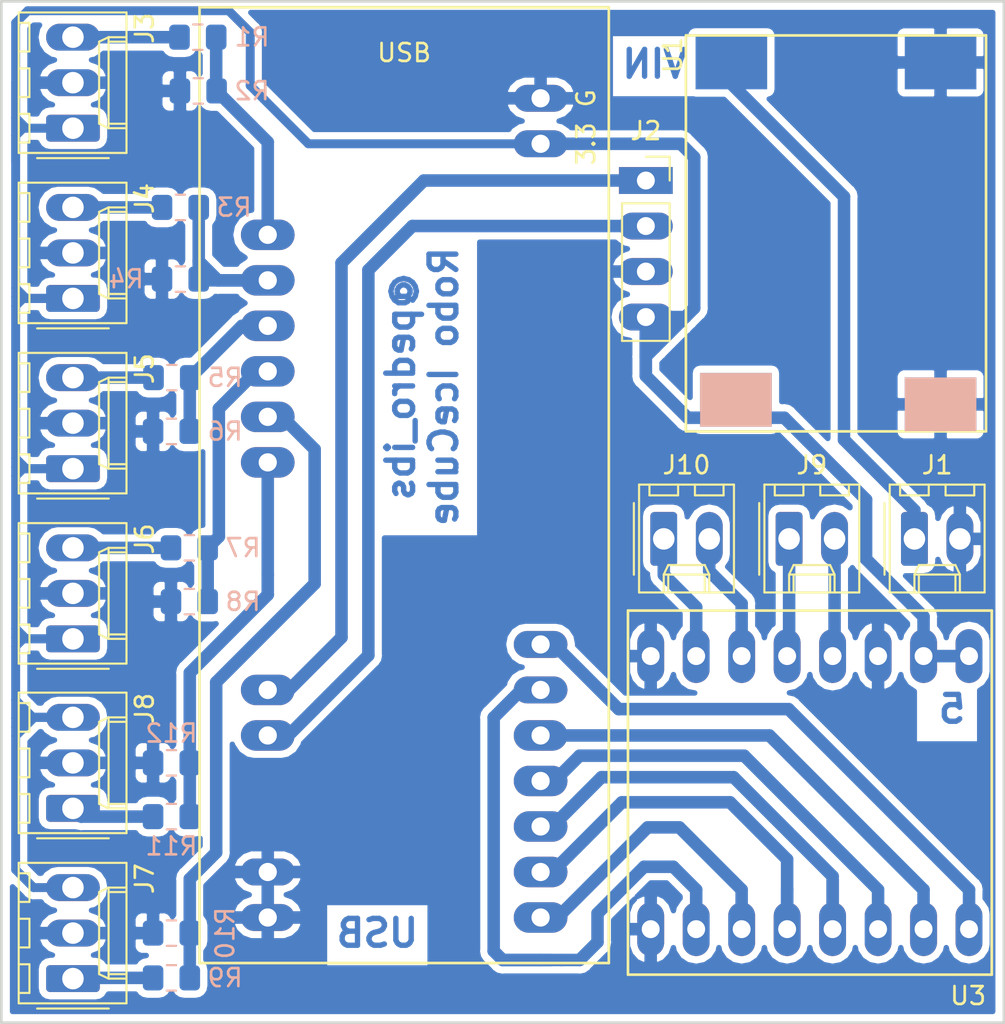
<source format=kicad_pcb>
(kicad_pcb (version 20171130) (host pcbnew 5.0.2)

  (general
    (thickness 1.6)
    (drawings 8)
    (tracks 199)
    (zones 0)
    (modules 25)
    (nets 50)
  )

  (page A4)
  (layers
    (0 F.Cu signal)
    (31 B.Cu signal)
    (32 B.Adhes user hide)
    (33 F.Adhes user hide)
    (34 B.Paste user hide)
    (35 F.Paste user hide)
    (36 B.SilkS user)
    (37 F.SilkS user)
    (38 B.Mask user)
    (39 F.Mask user)
    (40 Dwgs.User user hide)
    (41 Cmts.User user hide)
    (42 Eco1.User user hide)
    (43 Eco2.User user hide)
    (44 Edge.Cuts user)
    (45 Margin user hide)
    (46 B.CrtYd user hide)
    (47 F.CrtYd user hide)
    (48 B.Fab user hide)
    (49 F.Fab user hide)
  )

  (setup
    (last_trace_width 0.25)
    (user_trace_width 0.5)
    (user_trace_width 0.7)
    (user_trace_width 0.8)
    (user_trace_width 1)
    (user_trace_width 1.5)
    (user_trace_width 2)
    (user_trace_width 2.5)
    (user_trace_width 3)
    (trace_clearance 0.2)
    (zone_clearance 0.4)
    (zone_45_only no)
    (trace_min 0.2)
    (segment_width 0.2)
    (edge_width 0.15)
    (via_size 0.8)
    (via_drill 0.4)
    (via_min_size 0.4)
    (via_min_drill 0.3)
    (user_via 1 0.8)
    (user_via 1 0.8)
    (user_via 1 0.8)
    (user_via 1 0.8)
    (user_via 1 0.8)
    (user_via 1 0.8)
    (user_via 1 0.8)
    (user_via 1 0.8)
    (uvia_size 0.3)
    (uvia_drill 0.1)
    (uvias_allowed no)
    (uvia_min_size 0.2)
    (uvia_min_drill 0.1)
    (pcb_text_width 0.3)
    (pcb_text_size 1.5 1.5)
    (mod_edge_width 0.15)
    (mod_text_size 1 1)
    (mod_text_width 0.15)
    (pad_size 3 4)
    (pad_drill 0)
    (pad_to_mask_clearance 0.051)
    (solder_mask_min_width 0.25)
    (aux_axis_origin 0 0)
    (visible_elements FFFFF77F)
    (pcbplotparams
      (layerselection 0x010fc_ffffffff)
      (usegerberextensions false)
      (usegerberattributes false)
      (usegerberadvancedattributes false)
      (creategerberjobfile false)
      (excludeedgelayer true)
      (linewidth 0.100000)
      (plotframeref false)
      (viasonmask false)
      (mode 1)
      (useauxorigin false)
      (hpglpennumber 1)
      (hpglpenspeed 20)
      (hpglpendiameter 15.000000)
      (psnegative false)
      (psa4output false)
      (plotreference true)
      (plotvalue true)
      (plotinvisibletext false)
      (padsonsilk false)
      (subtractmaskfromsilk false)
      (outputformat 1)
      (mirror false)
      (drillshape 0)
      (scaleselection 1)
      (outputdirectory "../PCB/"))
  )

  (net 0 "")
  (net 1 /VIM)
  (net 2 Earth)
  (net 3 /TXD)
  (net 4 /RXD)
  (net 5 +5V)
  (net 6 /OUT1)
  (net 7 /OUT2)
  (net 8 /OUT3)
  (net 9 /OUT4)
  (net 10 /OUT5)
  (net 11 /OUT6)
  (net 12 "Net-(J9-Pad2)")
  (net 13 "Net-(J9-Pad1)")
  (net 14 "Net-(J10-Pad1)")
  (net 15 "Net-(J10-Pad2)")
  (net 16 /OUT1M)
  (net 17 /OUT2M)
  (net 18 /OUT3M)
  (net 19 /OUT4M)
  (net 20 /OUT5M)
  (net 21 /OUT6M)
  (net 22 "Net-(U2-Pad1)")
  (net 23 "Net-(U2-Pad2)")
  (net 24 "Net-(U2-Pad3)")
  (net 25 "Net-(U2-Pad4)")
  (net 26 "Net-(U2-Pad11)")
  (net 27 "Net-(U2-Pad12)")
  (net 28 "Net-(U2-Pad13)")
  (net 29 "Net-(U2-Pad14)")
  (net 30 "Net-(U2-Pad17)")
  (net 31 "Net-(U2-Pad18)")
  (net 32 /A9)
  (net 33 /A10)
  (net 34 "Net-(U2-Pad28)")
  (net 35 "Net-(U2-Pad29)")
  (net 36 /A15)
  (net 37 "Net-(U2-Pad33)")
  (net 38 "Net-(U2-Pad36)")
  (net 39 "Net-(U2-Pad37)")
  (net 40 "Net-(U2-Pad40)")
  (net 41 "Net-(U2-Pad30)")
  (net 42 "Net-(U2-Pad31)")
  (net 43 "Net-(U2-Pad32)")
  (net 44 "Net-(U2-Pad34)")
  (net 45 "Net-(U2-Pad35)")
  (net 46 /B12)
  (net 47 /B13)
  (net 48 /B14)
  (net 49 /A8)

  (net_class Default "Esta é a classe de rede padrão."
    (clearance 0.2)
    (trace_width 0.25)
    (via_dia 0.8)
    (via_drill 0.4)
    (uvia_dia 0.3)
    (uvia_drill 0.1)
    (add_net +5V)
    (add_net /A10)
    (add_net /A15)
    (add_net /A8)
    (add_net /A9)
    (add_net /B12)
    (add_net /B13)
    (add_net /B14)
    (add_net /OUT1)
    (add_net /OUT1M)
    (add_net /OUT2)
    (add_net /OUT2M)
    (add_net /OUT3)
    (add_net /OUT3M)
    (add_net /OUT4)
    (add_net /OUT4M)
    (add_net /OUT5)
    (add_net /OUT5M)
    (add_net /OUT6)
    (add_net /OUT6M)
    (add_net /RXD)
    (add_net /TXD)
    (add_net /VIM)
    (add_net Earth)
    (add_net "Net-(J10-Pad1)")
    (add_net "Net-(J10-Pad2)")
    (add_net "Net-(J9-Pad1)")
    (add_net "Net-(J9-Pad2)")
    (add_net "Net-(U2-Pad1)")
    (add_net "Net-(U2-Pad11)")
    (add_net "Net-(U2-Pad12)")
    (add_net "Net-(U2-Pad13)")
    (add_net "Net-(U2-Pad14)")
    (add_net "Net-(U2-Pad17)")
    (add_net "Net-(U2-Pad18)")
    (add_net "Net-(U2-Pad2)")
    (add_net "Net-(U2-Pad28)")
    (add_net "Net-(U2-Pad29)")
    (add_net "Net-(U2-Pad3)")
    (add_net "Net-(U2-Pad30)")
    (add_net "Net-(U2-Pad31)")
    (add_net "Net-(U2-Pad32)")
    (add_net "Net-(U2-Pad33)")
    (add_net "Net-(U2-Pad34)")
    (add_net "Net-(U2-Pad35)")
    (add_net "Net-(U2-Pad36)")
    (add_net "Net-(U2-Pad37)")
    (add_net "Net-(U2-Pad4)")
    (add_net "Net-(U2-Pad40)")
  )

  (module Connector_Molex:Molex_KK-254_AE-6410-03A_1x03_P2.54mm_Vertical (layer F.Cu) (tedit 5D436FB9) (tstamp 5D4A0566)
    (at 125.5 76.08 90)
    (descr "Molex KK-254 Interconnect System, old/engineering part number: AE-6410-03A example for new part number: 22-27-2031, 3 Pins (http://www.molex.com/pdm_docs/sd/022272021_sd.pdf), generated with kicad-footprint-generator")
    (tags "connector Molex KK-254 side entry")
    (path /5D422E4B)
    (fp_text reference J4 (at 5.58 4 90) (layer F.SilkS)
      (effects (font (size 1 1) (thickness 0.15)))
    )
    (fp_text value 2Y0A21 (at 2.54 4.08 90) (layer F.Fab)
      (effects (font (size 1 1) (thickness 0.15)))
    )
    (fp_text user %R (at 2.54 -2.22 90) (layer F.Fab)
      (effects (font (size 1 1) (thickness 0.15)))
    )
    (fp_line (start 6.85 -3.42) (end -1.77 -3.42) (layer F.CrtYd) (width 0.05))
    (fp_line (start 6.85 3.38) (end 6.85 -3.42) (layer F.CrtYd) (width 0.05))
    (fp_line (start -1.77 3.38) (end 6.85 3.38) (layer F.CrtYd) (width 0.05))
    (fp_line (start -1.77 -3.42) (end -1.77 3.38) (layer F.CrtYd) (width 0.05))
    (fp_line (start 5.88 -2.43) (end 5.88 -3.03) (layer F.SilkS) (width 0.12))
    (fp_line (start 4.28 -2.43) (end 5.88 -2.43) (layer F.SilkS) (width 0.12))
    (fp_line (start 4.28 -3.03) (end 4.28 -2.43) (layer F.SilkS) (width 0.12))
    (fp_line (start 3.34 -2.43) (end 3.34 -3.03) (layer F.SilkS) (width 0.12))
    (fp_line (start 1.74 -2.43) (end 3.34 -2.43) (layer F.SilkS) (width 0.12))
    (fp_line (start 1.74 -3.03) (end 1.74 -2.43) (layer F.SilkS) (width 0.12))
    (fp_line (start 0.8 -2.43) (end 0.8 -3.03) (layer F.SilkS) (width 0.12))
    (fp_line (start -0.8 -2.43) (end 0.8 -2.43) (layer F.SilkS) (width 0.12))
    (fp_line (start -0.8 -3.03) (end -0.8 -2.43) (layer F.SilkS) (width 0.12))
    (fp_line (start 4.83 2.99) (end 4.83 1.99) (layer F.SilkS) (width 0.12))
    (fp_line (start 0.25 2.99) (end 0.25 1.99) (layer F.SilkS) (width 0.12))
    (fp_line (start 4.83 1.46) (end 5.08 1.99) (layer F.SilkS) (width 0.12))
    (fp_line (start 0.25 1.46) (end 4.83 1.46) (layer F.SilkS) (width 0.12))
    (fp_line (start 0 1.99) (end 0.25 1.46) (layer F.SilkS) (width 0.12))
    (fp_line (start 5.08 1.99) (end 5.08 2.99) (layer F.SilkS) (width 0.12))
    (fp_line (start 0 1.99) (end 5.08 1.99) (layer F.SilkS) (width 0.12))
    (fp_line (start 0 2.99) (end 0 1.99) (layer F.SilkS) (width 0.12))
    (fp_line (start -0.562893 0) (end -1.27 0.5) (layer F.Fab) (width 0.1))
    (fp_line (start -1.27 -0.5) (end -0.562893 0) (layer F.Fab) (width 0.1))
    (fp_line (start -1.67 -2) (end -1.67 2) (layer F.SilkS) (width 0.12))
    (fp_line (start 6.46 -3.03) (end -1.38 -3.03) (layer F.SilkS) (width 0.12))
    (fp_line (start 6.46 2.99) (end 6.46 -3.03) (layer F.SilkS) (width 0.12))
    (fp_line (start -1.38 2.99) (end 6.46 2.99) (layer F.SilkS) (width 0.12))
    (fp_line (start -1.38 -3.03) (end -1.38 2.99) (layer F.SilkS) (width 0.12))
    (fp_line (start 6.35 -2.92) (end -1.27 -2.92) (layer F.Fab) (width 0.1))
    (fp_line (start 6.35 2.88) (end 6.35 -2.92) (layer F.Fab) (width 0.1))
    (fp_line (start -1.27 2.88) (end 6.35 2.88) (layer F.Fab) (width 0.1))
    (fp_line (start -1.27 -2.92) (end -1.27 2.88) (layer F.Fab) (width 0.1))
    (pad 3 thru_hole oval (at 5.08 0 90) (size 1.5 3) (drill 1.2) (layers *.Cu *.Mask)
      (net 7 /OUT2))
    (pad 2 thru_hole oval (at 2.54 0 90) (size 1.5 3) (drill 1.2) (layers *.Cu *.Mask)
      (net 2 Earth))
    (pad 1 thru_hole roundrect (at 0 0 90) (size 1.5 3) (drill 1.2) (layers *.Cu *.Mask) (roundrect_rratio 0.144)
      (net 5 +5V))
    (model ${KISYS3DMOD}/Connector_Molex.3dshapes/Molex_KK-254_AE-6410-03A_1x03_P2.54mm_Vertical.wrl
      (at (xyz 0 0 0))
      (scale (xyz 1 1 1))
      (rotate (xyz 0 0 0))
    )
  )

  (module Resistor_SMD:R_0805_2012Metric_Pad1.15x1.40mm_HandSolder (layer B.Cu) (tedit 5B36C52B) (tstamp 5D4A0556)
    (at 132.5 64.5 180)
    (descr "Resistor SMD 0805 (2012 Metric), square (rectangular) end terminal, IPC_7351 nominal with elongated pad for handsoldering. (Body size source: https://docs.google.com/spreadsheets/d/1BsfQQcO9C6DZCsRaXUlFlo91Tg2WpOkGARC1WS5S8t0/edit?usp=sharing), generated with kicad-footprint-generator")
    (tags "resistor handsolder")
    (path /5D42566A)
    (attr smd)
    (fp_text reference R2 (at -3 0 180) (layer B.SilkS)
      (effects (font (size 1 1) (thickness 0.15)) (justify mirror))
    )
    (fp_text value 2K (at 0 -1.65 180) (layer B.Fab)
      (effects (font (size 1 1) (thickness 0.15)) (justify mirror))
    )
    (fp_line (start -1 -0.6) (end -1 0.6) (layer B.Fab) (width 0.1))
    (fp_line (start -1 0.6) (end 1 0.6) (layer B.Fab) (width 0.1))
    (fp_line (start 1 0.6) (end 1 -0.6) (layer B.Fab) (width 0.1))
    (fp_line (start 1 -0.6) (end -1 -0.6) (layer B.Fab) (width 0.1))
    (fp_line (start -0.261252 0.71) (end 0.261252 0.71) (layer B.SilkS) (width 0.12))
    (fp_line (start -0.261252 -0.71) (end 0.261252 -0.71) (layer B.SilkS) (width 0.12))
    (fp_line (start -1.85 -0.95) (end -1.85 0.95) (layer B.CrtYd) (width 0.05))
    (fp_line (start -1.85 0.95) (end 1.85 0.95) (layer B.CrtYd) (width 0.05))
    (fp_line (start 1.85 0.95) (end 1.85 -0.95) (layer B.CrtYd) (width 0.05))
    (fp_line (start 1.85 -0.95) (end -1.85 -0.95) (layer B.CrtYd) (width 0.05))
    (fp_text user %R (at 0 0 180) (layer B.Fab)
      (effects (font (size 0.5 0.5) (thickness 0.08)) (justify mirror))
    )
    (pad 1 smd roundrect (at -1.025 0 180) (size 1.15 1.4) (layers B.Cu B.Paste B.Mask) (roundrect_rratio 0.217391)
      (net 16 /OUT1M))
    (pad 2 smd roundrect (at 1.025 0 180) (size 1.15 1.4) (layers B.Cu B.Paste B.Mask) (roundrect_rratio 0.217391)
      (net 2 Earth))
    (model ${KISYS3DMOD}/Resistor_SMD.3dshapes/R_0805_2012Metric.wrl
      (at (xyz 0 0 0))
      (scale (xyz 1 1 1))
      (rotate (xyz 0 0 0))
    )
  )

  (module Connector_PinSocket_2.54mm:PinSocket_1x04_P2.54mm_Vertical (layer F.Cu) (tedit 5D4387EA) (tstamp 5D4A053F)
    (at 157.5 69.5)
    (descr "Through hole straight socket strip, 1x04, 2.54mm pitch, single row (from Kicad 4.0.7), script generated")
    (tags "Through hole socket strip THT 1x04 2.54mm single row")
    (path /5D491B30)
    (fp_text reference J2 (at 0 -2.77) (layer F.SilkS)
      (effects (font (size 1 1) (thickness 0.15)))
    )
    (fp_text value BLE (at 0 10.39) (layer F.Fab)
      (effects (font (size 1 1) (thickness 0.15)))
    )
    (fp_text user %R (at 0 3.81 90) (layer F.Fab)
      (effects (font (size 1 1) (thickness 0.15)))
    )
    (fp_line (start -1.8 9.4) (end -1.8 -1.8) (layer F.CrtYd) (width 0.05))
    (fp_line (start 1.75 9.4) (end -1.8 9.4) (layer F.CrtYd) (width 0.05))
    (fp_line (start 1.75 -1.8) (end 1.75 9.4) (layer F.CrtYd) (width 0.05))
    (fp_line (start -1.8 -1.8) (end 1.75 -1.8) (layer F.CrtYd) (width 0.05))
    (fp_line (start 0 -1.33) (end 1.33 -1.33) (layer F.SilkS) (width 0.12))
    (fp_line (start 1.33 -1.33) (end 1.33 0) (layer F.SilkS) (width 0.12))
    (fp_line (start 1.33 1.27) (end 1.33 8.95) (layer F.SilkS) (width 0.12))
    (fp_line (start -1.33 8.95) (end 1.33 8.95) (layer F.SilkS) (width 0.12))
    (fp_line (start -1.33 1.27) (end -1.33 8.95) (layer F.SilkS) (width 0.12))
    (fp_line (start -1.33 1.27) (end 1.33 1.27) (layer F.SilkS) (width 0.12))
    (fp_line (start -1.27 8.89) (end -1.27 -1.27) (layer F.Fab) (width 0.1))
    (fp_line (start 1.27 8.89) (end -1.27 8.89) (layer F.Fab) (width 0.1))
    (fp_line (start 1.27 -0.635) (end 1.27 8.89) (layer F.Fab) (width 0.1))
    (fp_line (start 0.635 -1.27) (end 1.27 -0.635) (layer F.Fab) (width 0.1))
    (fp_line (start -1.27 -1.27) (end 0.635 -1.27) (layer F.Fab) (width 0.1))
    (pad 4 thru_hole oval (at 0 7.62) (size 3 1.5) (drill 1) (layers *.Cu *.Mask)
      (net 5 +5V))
    (pad 3 thru_hole oval (at 0 5.08) (size 3 1.5) (drill 1) (layers *.Cu *.Mask)
      (net 2 Earth))
    (pad 2 thru_hole oval (at 0 2.54) (size 3 1.5) (drill 1) (layers *.Cu *.Mask)
      (net 4 /RXD))
    (pad 1 thru_hole rect (at 0 0) (size 3 1.5) (drill 1) (layers *.Cu *.Mask)
      (net 3 /TXD))
    (model ${KISYS3DMOD}/Connector_PinSocket_2.54mm.3dshapes/PinSocket_1x04_P2.54mm_Vertical.wrl
      (at (xyz 0 0 0))
      (scale (xyz 1 1 1))
      (rotate (xyz 0 0 0))
    )
    (model "/home/pibs/workspace/Mykicad/kicadLib/BLE/HC_05 Blue Tooth Module.stp"
      (offset (xyz 5.5 -4 25.5))
      (scale (xyz 1 1 1))
      (rotate (xyz -90 0 90))
    )
  )

  (module Connector_Molex:Molex_KK-254_AE-6410-03A_1x03_P2.54mm_Vertical (layer F.Cu) (tedit 5D436F9F) (tstamp 5D4A0518)
    (at 125.5 66.58 90)
    (descr "Molex KK-254 Interconnect System, old/engineering part number: AE-6410-03A example for new part number: 22-27-2031, 3 Pins (http://www.molex.com/pdm_docs/sd/022272021_sd.pdf), generated with kicad-footprint-generator")
    (tags "connector Molex KK-254 side entry")
    (path /5D4223BA)
    (fp_text reference J3 (at 5.58 4 90) (layer F.SilkS)
      (effects (font (size 1 1) (thickness 0.15)))
    )
    (fp_text value 2Y0A21 (at 2.54 4.08 90) (layer F.Fab)
      (effects (font (size 1 1) (thickness 0.15)))
    )
    (fp_line (start -1.27 -2.92) (end -1.27 2.88) (layer F.Fab) (width 0.1))
    (fp_line (start -1.27 2.88) (end 6.35 2.88) (layer F.Fab) (width 0.1))
    (fp_line (start 6.35 2.88) (end 6.35 -2.92) (layer F.Fab) (width 0.1))
    (fp_line (start 6.35 -2.92) (end -1.27 -2.92) (layer F.Fab) (width 0.1))
    (fp_line (start -1.38 -3.03) (end -1.38 2.99) (layer F.SilkS) (width 0.12))
    (fp_line (start -1.38 2.99) (end 6.46 2.99) (layer F.SilkS) (width 0.12))
    (fp_line (start 6.46 2.99) (end 6.46 -3.03) (layer F.SilkS) (width 0.12))
    (fp_line (start 6.46 -3.03) (end -1.38 -3.03) (layer F.SilkS) (width 0.12))
    (fp_line (start -1.67 -2) (end -1.67 2) (layer F.SilkS) (width 0.12))
    (fp_line (start -1.27 -0.5) (end -0.562893 0) (layer F.Fab) (width 0.1))
    (fp_line (start -0.562893 0) (end -1.27 0.5) (layer F.Fab) (width 0.1))
    (fp_line (start 0 2.99) (end 0 1.99) (layer F.SilkS) (width 0.12))
    (fp_line (start 0 1.99) (end 5.08 1.99) (layer F.SilkS) (width 0.12))
    (fp_line (start 5.08 1.99) (end 5.08 2.99) (layer F.SilkS) (width 0.12))
    (fp_line (start 0 1.99) (end 0.25 1.46) (layer F.SilkS) (width 0.12))
    (fp_line (start 0.25 1.46) (end 4.83 1.46) (layer F.SilkS) (width 0.12))
    (fp_line (start 4.83 1.46) (end 5.08 1.99) (layer F.SilkS) (width 0.12))
    (fp_line (start 0.25 2.99) (end 0.25 1.99) (layer F.SilkS) (width 0.12))
    (fp_line (start 4.83 2.99) (end 4.83 1.99) (layer F.SilkS) (width 0.12))
    (fp_line (start -0.8 -3.03) (end -0.8 -2.43) (layer F.SilkS) (width 0.12))
    (fp_line (start -0.8 -2.43) (end 0.8 -2.43) (layer F.SilkS) (width 0.12))
    (fp_line (start 0.8 -2.43) (end 0.8 -3.03) (layer F.SilkS) (width 0.12))
    (fp_line (start 1.74 -3.03) (end 1.74 -2.43) (layer F.SilkS) (width 0.12))
    (fp_line (start 1.74 -2.43) (end 3.34 -2.43) (layer F.SilkS) (width 0.12))
    (fp_line (start 3.34 -2.43) (end 3.34 -3.03) (layer F.SilkS) (width 0.12))
    (fp_line (start 4.28 -3.03) (end 4.28 -2.43) (layer F.SilkS) (width 0.12))
    (fp_line (start 4.28 -2.43) (end 5.88 -2.43) (layer F.SilkS) (width 0.12))
    (fp_line (start 5.88 -2.43) (end 5.88 -3.03) (layer F.SilkS) (width 0.12))
    (fp_line (start -1.77 -3.42) (end -1.77 3.38) (layer F.CrtYd) (width 0.05))
    (fp_line (start -1.77 3.38) (end 6.85 3.38) (layer F.CrtYd) (width 0.05))
    (fp_line (start 6.85 3.38) (end 6.85 -3.42) (layer F.CrtYd) (width 0.05))
    (fp_line (start 6.85 -3.42) (end -1.77 -3.42) (layer F.CrtYd) (width 0.05))
    (fp_text user %R (at 2.54 -2.22 90) (layer F.Fab)
      (effects (font (size 1 1) (thickness 0.15)))
    )
    (pad 1 thru_hole roundrect (at 0 0 90) (size 1.5 3) (drill 1.2) (layers *.Cu *.Mask) (roundrect_rratio 0.144)
      (net 5 +5V))
    (pad 2 thru_hole oval (at 2.54 0 90) (size 1.5 3) (drill 1.2) (layers *.Cu *.Mask)
      (net 2 Earth))
    (pad 3 thru_hole oval (at 5.08 0 90) (size 1.5 3) (drill 1.2) (layers *.Cu *.Mask)
      (net 6 /OUT1))
    (model ${KISYS3DMOD}/Connector_Molex.3dshapes/Molex_KK-254_AE-6410-03A_1x03_P2.54mm_Vertical.wrl
      (at (xyz 0 0 0))
      (scale (xyz 1 1 1))
      (rotate (xyz 0 0 0))
    )
  )

  (module Connector_Molex:Molex_KK-254_AE-6410-02A_1x02_P2.54mm_Vertical (layer F.Cu) (tedit 5D4386F0) (tstamp 5D4A04F5)
    (at 172.5 89.5)
    (descr "Molex KK-254 Interconnect System, old/engineering part number: AE-6410-02A example for new part number: 22-27-2021, 2 Pins (http://www.molex.com/pdm_docs/sd/022272021_sd.pdf), generated with kicad-footprint-generator")
    (tags "connector Molex KK-254 side entry")
    (path /5D43DEB0)
    (fp_text reference J1 (at 1.27 -4.12) (layer F.SilkS)
      (effects (font (size 1 1) (thickness 0.15)))
    )
    (fp_text value VIN (at 1.27 4.08) (layer F.Fab)
      (effects (font (size 1 1) (thickness 0.15)))
    )
    (fp_text user %R (at 1.27 -2.22) (layer F.Fab)
      (effects (font (size 1 1) (thickness 0.15)))
    )
    (fp_line (start 4.31 -3.42) (end -1.77 -3.42) (layer F.CrtYd) (width 0.05))
    (fp_line (start 4.31 3.38) (end 4.31 -3.42) (layer F.CrtYd) (width 0.05))
    (fp_line (start -1.77 3.38) (end 4.31 3.38) (layer F.CrtYd) (width 0.05))
    (fp_line (start -1.77 -3.42) (end -1.77 3.38) (layer F.CrtYd) (width 0.05))
    (fp_line (start 3.34 -2.43) (end 3.34 -3.03) (layer F.SilkS) (width 0.12))
    (fp_line (start 1.74 -2.43) (end 3.34 -2.43) (layer F.SilkS) (width 0.12))
    (fp_line (start 1.74 -3.03) (end 1.74 -2.43) (layer F.SilkS) (width 0.12))
    (fp_line (start 0.8 -2.43) (end 0.8 -3.03) (layer F.SilkS) (width 0.12))
    (fp_line (start -0.8 -2.43) (end 0.8 -2.43) (layer F.SilkS) (width 0.12))
    (fp_line (start -0.8 -3.03) (end -0.8 -2.43) (layer F.SilkS) (width 0.12))
    (fp_line (start 2.29 2.99) (end 2.29 1.99) (layer F.SilkS) (width 0.12))
    (fp_line (start 0.25 2.99) (end 0.25 1.99) (layer F.SilkS) (width 0.12))
    (fp_line (start 2.29 1.46) (end 2.54 1.99) (layer F.SilkS) (width 0.12))
    (fp_line (start 0.25 1.46) (end 2.29 1.46) (layer F.SilkS) (width 0.12))
    (fp_line (start 0 1.99) (end 0.25 1.46) (layer F.SilkS) (width 0.12))
    (fp_line (start 2.54 1.99) (end 2.54 2.99) (layer F.SilkS) (width 0.12))
    (fp_line (start 0 1.99) (end 2.54 1.99) (layer F.SilkS) (width 0.12))
    (fp_line (start 0 2.99) (end 0 1.99) (layer F.SilkS) (width 0.12))
    (fp_line (start -0.562893 0) (end -1.27 0.5) (layer F.Fab) (width 0.1))
    (fp_line (start -1.27 -0.5) (end -0.562893 0) (layer F.Fab) (width 0.1))
    (fp_line (start -1.67 -2) (end -1.67 2) (layer F.SilkS) (width 0.12))
    (fp_line (start 3.92 -3.03) (end -1.38 -3.03) (layer F.SilkS) (width 0.12))
    (fp_line (start 3.92 2.99) (end 3.92 -3.03) (layer F.SilkS) (width 0.12))
    (fp_line (start -1.38 2.99) (end 3.92 2.99) (layer F.SilkS) (width 0.12))
    (fp_line (start -1.38 -3.03) (end -1.38 2.99) (layer F.SilkS) (width 0.12))
    (fp_line (start 3.81 -2.92) (end -1.27 -2.92) (layer F.Fab) (width 0.1))
    (fp_line (start 3.81 2.88) (end 3.81 -2.92) (layer F.Fab) (width 0.1))
    (fp_line (start -1.27 2.88) (end 3.81 2.88) (layer F.Fab) (width 0.1))
    (fp_line (start -1.27 -2.92) (end -1.27 2.88) (layer F.Fab) (width 0.1))
    (pad 2 thru_hole oval (at 2.54 0) (size 1.5 3) (drill 1.2) (layers *.Cu *.Mask)
      (net 2 Earth))
    (pad 1 thru_hole roundrect (at 0 0) (size 1.5 3) (drill 1.2) (layers *.Cu *.Mask) (roundrect_rratio 0.144)
      (net 1 /VIM))
    (model ${KISYS3DMOD}/Connector_Molex.3dshapes/Molex_KK-254_AE-6410-02A_1x02_P2.54mm_Vertical.wrl
      (at (xyz 0 0 0))
      (scale (xyz 1 1 1))
      (rotate (xyz 0 0 0))
    )
  )

  (module Resistor_SMD:R_0805_2012Metric_Pad1.15x1.40mm_HandSolder (layer B.Cu) (tedit 5B36C52B) (tstamp 5D4A04E5)
    (at 131.025 80.5)
    (descr "Resistor SMD 0805 (2012 Metric), square (rectangular) end terminal, IPC_7351 nominal with elongated pad for handsoldering. (Body size source: https://docs.google.com/spreadsheets/d/1BsfQQcO9C6DZCsRaXUlFlo91Tg2WpOkGARC1WS5S8t0/edit?usp=sharing), generated with kicad-footprint-generator")
    (tags "resistor handsolder")
    (path /5D42A636)
    (attr smd)
    (fp_text reference R5 (at 2.975 0) (layer B.SilkS)
      (effects (font (size 1 1) (thickness 0.15)) (justify mirror))
    )
    (fp_text value 1K (at 0 -1.65) (layer B.Fab)
      (effects (font (size 1 1) (thickness 0.15)) (justify mirror))
    )
    (fp_text user %R (at 0 0) (layer B.Fab)
      (effects (font (size 0.5 0.5) (thickness 0.08)) (justify mirror))
    )
    (fp_line (start 1.85 -0.95) (end -1.85 -0.95) (layer B.CrtYd) (width 0.05))
    (fp_line (start 1.85 0.95) (end 1.85 -0.95) (layer B.CrtYd) (width 0.05))
    (fp_line (start -1.85 0.95) (end 1.85 0.95) (layer B.CrtYd) (width 0.05))
    (fp_line (start -1.85 -0.95) (end -1.85 0.95) (layer B.CrtYd) (width 0.05))
    (fp_line (start -0.261252 -0.71) (end 0.261252 -0.71) (layer B.SilkS) (width 0.12))
    (fp_line (start -0.261252 0.71) (end 0.261252 0.71) (layer B.SilkS) (width 0.12))
    (fp_line (start 1 -0.6) (end -1 -0.6) (layer B.Fab) (width 0.1))
    (fp_line (start 1 0.6) (end 1 -0.6) (layer B.Fab) (width 0.1))
    (fp_line (start -1 0.6) (end 1 0.6) (layer B.Fab) (width 0.1))
    (fp_line (start -1 -0.6) (end -1 0.6) (layer B.Fab) (width 0.1))
    (pad 2 smd roundrect (at 1.025 0) (size 1.15 1.4) (layers B.Cu B.Paste B.Mask) (roundrect_rratio 0.217391)
      (net 18 /OUT3M))
    (pad 1 smd roundrect (at -1.025 0) (size 1.15 1.4) (layers B.Cu B.Paste B.Mask) (roundrect_rratio 0.217391)
      (net 8 /OUT3))
    (model ${KISYS3DMOD}/Resistor_SMD.3dshapes/R_0805_2012Metric.wrl
      (at (xyz 0 0 0))
      (scale (xyz 1 1 1))
      (rotate (xyz 0 0 0))
    )
  )

  (module Resistor_SMD:R_0805_2012Metric_Pad1.15x1.40mm_HandSolder (layer B.Cu) (tedit 5B36C52B) (tstamp 5D4A04D5)
    (at 132.475 61.5)
    (descr "Resistor SMD 0805 (2012 Metric), square (rectangular) end terminal, IPC_7351 nominal with elongated pad for handsoldering. (Body size source: https://docs.google.com/spreadsheets/d/1BsfQQcO9C6DZCsRaXUlFlo91Tg2WpOkGARC1WS5S8t0/edit?usp=sharing), generated with kicad-footprint-generator")
    (tags "resistor handsolder")
    (path /5D42559E)
    (attr smd)
    (fp_text reference R1 (at 3.025 0) (layer B.SilkS)
      (effects (font (size 1 1) (thickness 0.15)) (justify mirror))
    )
    (fp_text value 1K (at 0 -1.65) (layer B.Fab)
      (effects (font (size 1 1) (thickness 0.15)) (justify mirror))
    )
    (fp_text user %R (at 0 0) (layer B.Fab)
      (effects (font (size 0.5 0.5) (thickness 0.08)) (justify mirror))
    )
    (fp_line (start 1.85 -0.95) (end -1.85 -0.95) (layer B.CrtYd) (width 0.05))
    (fp_line (start 1.85 0.95) (end 1.85 -0.95) (layer B.CrtYd) (width 0.05))
    (fp_line (start -1.85 0.95) (end 1.85 0.95) (layer B.CrtYd) (width 0.05))
    (fp_line (start -1.85 -0.95) (end -1.85 0.95) (layer B.CrtYd) (width 0.05))
    (fp_line (start -0.261252 -0.71) (end 0.261252 -0.71) (layer B.SilkS) (width 0.12))
    (fp_line (start -0.261252 0.71) (end 0.261252 0.71) (layer B.SilkS) (width 0.12))
    (fp_line (start 1 -0.6) (end -1 -0.6) (layer B.Fab) (width 0.1))
    (fp_line (start 1 0.6) (end 1 -0.6) (layer B.Fab) (width 0.1))
    (fp_line (start -1 0.6) (end 1 0.6) (layer B.Fab) (width 0.1))
    (fp_line (start -1 -0.6) (end -1 0.6) (layer B.Fab) (width 0.1))
    (pad 2 smd roundrect (at 1.025 0) (size 1.15 1.4) (layers B.Cu B.Paste B.Mask) (roundrect_rratio 0.217391)
      (net 16 /OUT1M))
    (pad 1 smd roundrect (at -1.025 0) (size 1.15 1.4) (layers B.Cu B.Paste B.Mask) (roundrect_rratio 0.217391)
      (net 6 /OUT1))
    (model ${KISYS3DMOD}/Resistor_SMD.3dshapes/R_0805_2012Metric.wrl
      (at (xyz 0 0 0))
      (scale (xyz 1 1 1))
      (rotate (xyz 0 0 0))
    )
  )

  (module MyFootprint:TB6612FNG (layer F.Cu) (tedit 5D4259A7) (tstamp 5D4A04B1)
    (at 156.5 93.5 270)
    (path /5D4DB153)
    (fp_text reference U3 (at 21.5 -19) (layer F.SilkS)
      (effects (font (size 1 1) (thickness 0.15)))
    )
    (fp_text value TB6612FNG (at 10.16 -8.89 270) (layer F.Fab)
      (effects (font (size 1 1) (thickness 0.15)))
    )
    (fp_line (start 20.32 -20.32) (end 20.32 0) (layer F.SilkS) (width 0.15))
    (fp_line (start 0 -20.32) (end 20.32 -20.32) (layer F.SilkS) (width 0.15))
    (fp_line (start 0 0) (end 0 -20.32) (layer F.SilkS) (width 0.15))
    (fp_line (start 20.32 0) (end 0 0) (layer F.SilkS) (width 0.15))
    (pad 16 thru_hole oval (at 17.78 -19.05 270) (size 3 1.5) (drill 1) (layers *.Cu *.Mask)
      (net 33 /A10))
    (pad 15 thru_hole oval (at 17.78 -16.51 270) (size 3 1.5) (drill 1) (layers *.Cu *.Mask)
      (net 49 /A8))
    (pad 14 thru_hole oval (at 17.78 -13.97 270) (size 3 1.5) (drill 1) (layers *.Cu *.Mask)
      (net 36 /A15))
    (pad 13 thru_hole oval (at 17.78 -11.43 270) (size 3 1.5) (drill 1) (layers *.Cu *.Mask)
      (net 48 /B14))
    (pad 12 thru_hole oval (at 17.78 -8.89 270) (size 3 1.5) (drill 1) (layers *.Cu *.Mask)
      (net 47 /B13))
    (pad 11 thru_hole oval (at 17.78 -6.35 270) (size 3 1.5) (drill 1) (layers *.Cu *.Mask)
      (net 46 /B12))
    (pad 10 thru_hole oval (at 17.78 -3.81 270) (size 3 1.5) (drill 1) (layers *.Cu *.Mask)
      (net 32 /A9))
    (pad 9 thru_hole oval (at 17.78 -1.27 270) (size 3 1.5) (drill 1) (layers *.Cu *.Mask)
      (net 2 Earth))
    (pad 8 thru_hole oval (at 2.54 -1.27 270) (size 3 1.5) (drill 1) (layers *.Cu *.Mask)
      (net 2 Earth))
    (pad 7 thru_hole oval (at 2.54 -3.81 270) (size 3 1.5) (drill 1) (layers *.Cu *.Mask)
      (net 14 "Net-(J10-Pad1)"))
    (pad 6 thru_hole oval (at 2.54 -6.35 270) (size 3 1.5) (drill 1) (layers *.Cu *.Mask)
      (net 15 "Net-(J10-Pad2)"))
    (pad 5 thru_hole oval (at 2.54 -8.89 270) (size 3 1.5) (drill 1) (layers *.Cu *.Mask)
      (net 13 "Net-(J9-Pad1)"))
    (pad 4 thru_hole oval (at 2.54 -11.43 270) (size 3 1.5) (drill 1) (layers *.Cu *.Mask)
      (net 12 "Net-(J9-Pad2)"))
    (pad 3 thru_hole oval (at 2.54 -13.97 270) (size 3 1.5) (drill 1) (layers *.Cu *.Mask)
      (net 2 Earth))
    (pad 2 thru_hole oval (at 2.54 -16.51 270) (size 3 1.5) (drill 1) (layers *.Cu *.Mask)
      (net 5 +5V))
    (pad 1 thru_hole oval (at 2.54 -19.05 270) (size 3 1.5) (drill 1) (layers *.Cu *.Mask)
      (net 5 +5V))
    (model /home/pibs/workspace/Mykicad/kicadLib/kicad-packages3D/Connector_PinHeader_2.54mm.3dshapes/PinHeader_1x08_P2.54mm_Vertical.step
      (offset (xyz 2 19.5 3))
      (scale (xyz 1 1 1))
      (rotate (xyz 0 -180 0))
    )
    (model /home/pibs/workspace/Mykicad/kicadLib/kicad-packages3D/Connector_PinHeader_2.54mm.3dshapes/PinHeader_1x08_P2.54mm_Vertical.step
      (offset (xyz 18 19 3))
      (scale (xyz 1 1 1))
      (rotate (xyz 0 -180 0))
    )
    (model "/home/pibs/workspace/Mykicad/kicadLib/driver/TB6612FNG Motor Driver.STEP"
      (offset (xyz 10 10.5 3.5))
      (scale (xyz 1 1 1))
      (rotate (xyz 0 90 0))
    )
  )

  (module Resistor_SMD:R_0805_2012Metric_Pad1.15x1.40mm_HandSolder (layer B.Cu) (tedit 5B36C52B) (tstamp 5D4A0495)
    (at 131.5 75 180)
    (descr "Resistor SMD 0805 (2012 Metric), square (rectangular) end terminal, IPC_7351 nominal with elongated pad for handsoldering. (Body size source: https://docs.google.com/spreadsheets/d/1BsfQQcO9C6DZCsRaXUlFlo91Tg2WpOkGARC1WS5S8t0/edit?usp=sharing), generated with kicad-footprint-generator")
    (tags "resistor handsolder")
    (path /5D429636)
    (attr smd)
    (fp_text reference R4 (at 3.025 0 180) (layer B.SilkS)
      (effects (font (size 1 1) (thickness 0.15)) (justify mirror))
    )
    (fp_text value 2K (at 0 -1.65 180) (layer B.Fab)
      (effects (font (size 1 1) (thickness 0.15)) (justify mirror))
    )
    (fp_line (start -1 -0.6) (end -1 0.6) (layer B.Fab) (width 0.1))
    (fp_line (start -1 0.6) (end 1 0.6) (layer B.Fab) (width 0.1))
    (fp_line (start 1 0.6) (end 1 -0.6) (layer B.Fab) (width 0.1))
    (fp_line (start 1 -0.6) (end -1 -0.6) (layer B.Fab) (width 0.1))
    (fp_line (start -0.261252 0.71) (end 0.261252 0.71) (layer B.SilkS) (width 0.12))
    (fp_line (start -0.261252 -0.71) (end 0.261252 -0.71) (layer B.SilkS) (width 0.12))
    (fp_line (start -1.85 -0.95) (end -1.85 0.95) (layer B.CrtYd) (width 0.05))
    (fp_line (start -1.85 0.95) (end 1.85 0.95) (layer B.CrtYd) (width 0.05))
    (fp_line (start 1.85 0.95) (end 1.85 -0.95) (layer B.CrtYd) (width 0.05))
    (fp_line (start 1.85 -0.95) (end -1.85 -0.95) (layer B.CrtYd) (width 0.05))
    (fp_text user %R (at 0 0 180) (layer B.Fab)
      (effects (font (size 0.5 0.5) (thickness 0.08)) (justify mirror))
    )
    (pad 1 smd roundrect (at -1.025 0 180) (size 1.15 1.4) (layers B.Cu B.Paste B.Mask) (roundrect_rratio 0.217391)
      (net 17 /OUT2M))
    (pad 2 smd roundrect (at 1.025 0 180) (size 1.15 1.4) (layers B.Cu B.Paste B.Mask) (roundrect_rratio 0.217391)
      (net 2 Earth))
    (model ${KISYS3DMOD}/Resistor_SMD.3dshapes/R_0805_2012Metric.wrl
      (at (xyz 0 0 0))
      (scale (xyz 1 1 1))
      (rotate (xyz 0 0 0))
    )
  )

  (module Resistor_SMD:R_0805_2012Metric_Pad1.15x1.40mm_HandSolder (layer B.Cu) (tedit 5B36C52B) (tstamp 5D4A0478)
    (at 131.5 71)
    (descr "Resistor SMD 0805 (2012 Metric), square (rectangular) end terminal, IPC_7351 nominal with elongated pad for handsoldering. (Body size source: https://docs.google.com/spreadsheets/d/1BsfQQcO9C6DZCsRaXUlFlo91Tg2WpOkGARC1WS5S8t0/edit?usp=sharing), generated with kicad-footprint-generator")
    (tags "resistor handsolder")
    (path /5D42962F)
    (attr smd)
    (fp_text reference R3 (at 3 0) (layer B.SilkS)
      (effects (font (size 1 1) (thickness 0.15)) (justify mirror))
    )
    (fp_text value 1K (at 0 -1.65) (layer B.Fab)
      (effects (font (size 1 1) (thickness 0.15)) (justify mirror))
    )
    (fp_text user %R (at 0 0) (layer B.Fab)
      (effects (font (size 0.5 0.5) (thickness 0.08)) (justify mirror))
    )
    (fp_line (start 1.85 -0.95) (end -1.85 -0.95) (layer B.CrtYd) (width 0.05))
    (fp_line (start 1.85 0.95) (end 1.85 -0.95) (layer B.CrtYd) (width 0.05))
    (fp_line (start -1.85 0.95) (end 1.85 0.95) (layer B.CrtYd) (width 0.05))
    (fp_line (start -1.85 -0.95) (end -1.85 0.95) (layer B.CrtYd) (width 0.05))
    (fp_line (start -0.261252 -0.71) (end 0.261252 -0.71) (layer B.SilkS) (width 0.12))
    (fp_line (start -0.261252 0.71) (end 0.261252 0.71) (layer B.SilkS) (width 0.12))
    (fp_line (start 1 -0.6) (end -1 -0.6) (layer B.Fab) (width 0.1))
    (fp_line (start 1 0.6) (end 1 -0.6) (layer B.Fab) (width 0.1))
    (fp_line (start -1 0.6) (end 1 0.6) (layer B.Fab) (width 0.1))
    (fp_line (start -1 -0.6) (end -1 0.6) (layer B.Fab) (width 0.1))
    (pad 2 smd roundrect (at 1.025 0) (size 1.15 1.4) (layers B.Cu B.Paste B.Mask) (roundrect_rratio 0.217391)
      (net 17 /OUT2M))
    (pad 1 smd roundrect (at -1.025 0) (size 1.15 1.4) (layers B.Cu B.Paste B.Mask) (roundrect_rratio 0.217391)
      (net 7 /OUT2))
    (model ${KISYS3DMOD}/Resistor_SMD.3dshapes/R_0805_2012Metric.wrl
      (at (xyz 0 0 0))
      (scale (xyz 1 1 1))
      (rotate (xyz 0 0 0))
    )
  )

  (module Connector_Molex:Molex_KK-254_AE-6410-03A_1x03_P2.54mm_Vertical (layer F.Cu) (tedit 5D436FCF) (tstamp 5D4A0428)
    (at 125.5 85.58 90)
    (descr "Molex KK-254 Interconnect System, old/engineering part number: AE-6410-03A example for new part number: 22-27-2031, 3 Pins (http://www.molex.com/pdm_docs/sd/022272021_sd.pdf), generated with kicad-footprint-generator")
    (tags "connector Molex KK-254 side entry")
    (path /5D422FE8)
    (fp_text reference J5 (at 5.58 4 90) (layer F.SilkS)
      (effects (font (size 1 1) (thickness 0.15)))
    )
    (fp_text value 2Y0A21 (at 2.54 4.08 90) (layer F.Fab)
      (effects (font (size 1 1) (thickness 0.15)))
    )
    (fp_line (start -1.27 -2.92) (end -1.27 2.88) (layer F.Fab) (width 0.1))
    (fp_line (start -1.27 2.88) (end 6.35 2.88) (layer F.Fab) (width 0.1))
    (fp_line (start 6.35 2.88) (end 6.35 -2.92) (layer F.Fab) (width 0.1))
    (fp_line (start 6.35 -2.92) (end -1.27 -2.92) (layer F.Fab) (width 0.1))
    (fp_line (start -1.38 -3.03) (end -1.38 2.99) (layer F.SilkS) (width 0.12))
    (fp_line (start -1.38 2.99) (end 6.46 2.99) (layer F.SilkS) (width 0.12))
    (fp_line (start 6.46 2.99) (end 6.46 -3.03) (layer F.SilkS) (width 0.12))
    (fp_line (start 6.46 -3.03) (end -1.38 -3.03) (layer F.SilkS) (width 0.12))
    (fp_line (start -1.67 -2) (end -1.67 2) (layer F.SilkS) (width 0.12))
    (fp_line (start -1.27 -0.5) (end -0.562893 0) (layer F.Fab) (width 0.1))
    (fp_line (start -0.562893 0) (end -1.27 0.5) (layer F.Fab) (width 0.1))
    (fp_line (start 0 2.99) (end 0 1.99) (layer F.SilkS) (width 0.12))
    (fp_line (start 0 1.99) (end 5.08 1.99) (layer F.SilkS) (width 0.12))
    (fp_line (start 5.08 1.99) (end 5.08 2.99) (layer F.SilkS) (width 0.12))
    (fp_line (start 0 1.99) (end 0.25 1.46) (layer F.SilkS) (width 0.12))
    (fp_line (start 0.25 1.46) (end 4.83 1.46) (layer F.SilkS) (width 0.12))
    (fp_line (start 4.83 1.46) (end 5.08 1.99) (layer F.SilkS) (width 0.12))
    (fp_line (start 0.25 2.99) (end 0.25 1.99) (layer F.SilkS) (width 0.12))
    (fp_line (start 4.83 2.99) (end 4.83 1.99) (layer F.SilkS) (width 0.12))
    (fp_line (start -0.8 -3.03) (end -0.8 -2.43) (layer F.SilkS) (width 0.12))
    (fp_line (start -0.8 -2.43) (end 0.8 -2.43) (layer F.SilkS) (width 0.12))
    (fp_line (start 0.8 -2.43) (end 0.8 -3.03) (layer F.SilkS) (width 0.12))
    (fp_line (start 1.74 -3.03) (end 1.74 -2.43) (layer F.SilkS) (width 0.12))
    (fp_line (start 1.74 -2.43) (end 3.34 -2.43) (layer F.SilkS) (width 0.12))
    (fp_line (start 3.34 -2.43) (end 3.34 -3.03) (layer F.SilkS) (width 0.12))
    (fp_line (start 4.28 -3.03) (end 4.28 -2.43) (layer F.SilkS) (width 0.12))
    (fp_line (start 4.28 -2.43) (end 5.88 -2.43) (layer F.SilkS) (width 0.12))
    (fp_line (start 5.88 -2.43) (end 5.88 -3.03) (layer F.SilkS) (width 0.12))
    (fp_line (start -1.77 -3.42) (end -1.77 3.38) (layer F.CrtYd) (width 0.05))
    (fp_line (start -1.77 3.38) (end 6.85 3.38) (layer F.CrtYd) (width 0.05))
    (fp_line (start 6.85 3.38) (end 6.85 -3.42) (layer F.CrtYd) (width 0.05))
    (fp_line (start 6.85 -3.42) (end -1.77 -3.42) (layer F.CrtYd) (width 0.05))
    (fp_text user %R (at 2.54 -2.22 90) (layer F.Fab)
      (effects (font (size 1 1) (thickness 0.15)))
    )
    (pad 1 thru_hole roundrect (at 0 0 90) (size 1.5 3) (drill 1.2) (layers *.Cu *.Mask) (roundrect_rratio 0.144)
      (net 5 +5V))
    (pad 2 thru_hole oval (at 2.54 0 90) (size 1.5 3) (drill 1.2) (layers *.Cu *.Mask)
      (net 2 Earth))
    (pad 3 thru_hole oval (at 5.08 0 90) (size 1.5 3) (drill 1.2) (layers *.Cu *.Mask)
      (net 8 /OUT3))
    (model ${KISYS3DMOD}/Connector_Molex.3dshapes/Molex_KK-254_AE-6410-03A_1x03_P2.54mm_Vertical.wrl
      (at (xyz 0 0 0))
      (scale (xyz 1 1 1))
      (rotate (xyz 0 0 0))
    )
  )

  (module Resistor_SMD:R_0805_2012Metric_Pad1.15x1.40mm_HandSolder (layer B.Cu) (tedit 5B36C52B) (tstamp 5D4A0418)
    (at 131 83.5 180)
    (descr "Resistor SMD 0805 (2012 Metric), square (rectangular) end terminal, IPC_7351 nominal with elongated pad for handsoldering. (Body size source: https://docs.google.com/spreadsheets/d/1BsfQQcO9C6DZCsRaXUlFlo91Tg2WpOkGARC1WS5S8t0/edit?usp=sharing), generated with kicad-footprint-generator")
    (tags "resistor handsolder")
    (path /5D42A63D)
    (attr smd)
    (fp_text reference R6 (at -3 0 180) (layer B.SilkS)
      (effects (font (size 1 1) (thickness 0.15)) (justify mirror))
    )
    (fp_text value 2K (at 0 -1.65 180) (layer B.Fab)
      (effects (font (size 1 1) (thickness 0.15)) (justify mirror))
    )
    (fp_line (start -1 -0.6) (end -1 0.6) (layer B.Fab) (width 0.1))
    (fp_line (start -1 0.6) (end 1 0.6) (layer B.Fab) (width 0.1))
    (fp_line (start 1 0.6) (end 1 -0.6) (layer B.Fab) (width 0.1))
    (fp_line (start 1 -0.6) (end -1 -0.6) (layer B.Fab) (width 0.1))
    (fp_line (start -0.261252 0.71) (end 0.261252 0.71) (layer B.SilkS) (width 0.12))
    (fp_line (start -0.261252 -0.71) (end 0.261252 -0.71) (layer B.SilkS) (width 0.12))
    (fp_line (start -1.85 -0.95) (end -1.85 0.95) (layer B.CrtYd) (width 0.05))
    (fp_line (start -1.85 0.95) (end 1.85 0.95) (layer B.CrtYd) (width 0.05))
    (fp_line (start 1.85 0.95) (end 1.85 -0.95) (layer B.CrtYd) (width 0.05))
    (fp_line (start 1.85 -0.95) (end -1.85 -0.95) (layer B.CrtYd) (width 0.05))
    (fp_text user %R (at 0 0 180) (layer B.Fab)
      (effects (font (size 0.5 0.5) (thickness 0.08)) (justify mirror))
    )
    (pad 1 smd roundrect (at -1.025 0 180) (size 1.15 1.4) (layers B.Cu B.Paste B.Mask) (roundrect_rratio 0.217391)
      (net 18 /OUT3M))
    (pad 2 smd roundrect (at 1.025 0 180) (size 1.15 1.4) (layers B.Cu B.Paste B.Mask) (roundrect_rratio 0.217391)
      (net 2 Earth))
    (model ${KISYS3DMOD}/Resistor_SMD.3dshapes/R_0805_2012Metric.wrl
      (at (xyz 0 0 0))
      (scale (xyz 1 1 1))
      (rotate (xyz 0 0 0))
    )
  )

  (module Resistor_SMD:R_0805_2012Metric_Pad1.15x1.40mm_HandSolder (layer B.Cu) (tedit 5B36C52B) (tstamp 5D4A03E8)
    (at 131 114)
    (descr "Resistor SMD 0805 (2012 Metric), square (rectangular) end terminal, IPC_7351 nominal with elongated pad for handsoldering. (Body size source: https://docs.google.com/spreadsheets/d/1BsfQQcO9C6DZCsRaXUlFlo91Tg2WpOkGARC1WS5S8t0/edit?usp=sharing), generated with kicad-footprint-generator")
    (tags "resistor handsolder")
    (path /5D42B43E)
    (attr smd)
    (fp_text reference R9 (at 3 0) (layer B.SilkS)
      (effects (font (size 1 1) (thickness 0.15)) (justify mirror))
    )
    (fp_text value 1K (at 0 -1.65) (layer B.Fab)
      (effects (font (size 1 1) (thickness 0.15)) (justify mirror))
    )
    (fp_line (start -1 -0.6) (end -1 0.6) (layer B.Fab) (width 0.1))
    (fp_line (start -1 0.6) (end 1 0.6) (layer B.Fab) (width 0.1))
    (fp_line (start 1 0.6) (end 1 -0.6) (layer B.Fab) (width 0.1))
    (fp_line (start 1 -0.6) (end -1 -0.6) (layer B.Fab) (width 0.1))
    (fp_line (start -0.261252 0.71) (end 0.261252 0.71) (layer B.SilkS) (width 0.12))
    (fp_line (start -0.261252 -0.71) (end 0.261252 -0.71) (layer B.SilkS) (width 0.12))
    (fp_line (start -1.85 -0.95) (end -1.85 0.95) (layer B.CrtYd) (width 0.05))
    (fp_line (start -1.85 0.95) (end 1.85 0.95) (layer B.CrtYd) (width 0.05))
    (fp_line (start 1.85 0.95) (end 1.85 -0.95) (layer B.CrtYd) (width 0.05))
    (fp_line (start 1.85 -0.95) (end -1.85 -0.95) (layer B.CrtYd) (width 0.05))
    (fp_text user %R (at 0 0) (layer B.Fab)
      (effects (font (size 0.5 0.5) (thickness 0.08)) (justify mirror))
    )
    (pad 1 smd roundrect (at -1.025 0) (size 1.15 1.4) (layers B.Cu B.Paste B.Mask) (roundrect_rratio 0.217391)
      (net 10 /OUT5))
    (pad 2 smd roundrect (at 1.025 0) (size 1.15 1.4) (layers B.Cu B.Paste B.Mask) (roundrect_rratio 0.217391)
      (net 20 /OUT5M))
    (model ${KISYS3DMOD}/Resistor_SMD.3dshapes/R_0805_2012Metric.wrl
      (at (xyz 0 0 0))
      (scale (xyz 1 1 1))
      (rotate (xyz 0 0 0))
    )
  )

  (module Resistor_SMD:R_0805_2012Metric_Pad1.15x1.40mm_HandSolder (layer B.Cu) (tedit 5B36C52B) (tstamp 5D4A03C7)
    (at 132 90)
    (descr "Resistor SMD 0805 (2012 Metric), square (rectangular) end terminal, IPC_7351 nominal with elongated pad for handsoldering. (Body size source: https://docs.google.com/spreadsheets/d/1BsfQQcO9C6DZCsRaXUlFlo91Tg2WpOkGARC1WS5S8t0/edit?usp=sharing), generated with kicad-footprint-generator")
    (tags "resistor handsolder")
    (path /5D42A653)
    (attr smd)
    (fp_text reference R7 (at 3 0) (layer B.SilkS)
      (effects (font (size 1 1) (thickness 0.15)) (justify mirror))
    )
    (fp_text value 1K (at 0 -1.65) (layer B.Fab)
      (effects (font (size 1 1) (thickness 0.15)) (justify mirror))
    )
    (fp_line (start -1 -0.6) (end -1 0.6) (layer B.Fab) (width 0.1))
    (fp_line (start -1 0.6) (end 1 0.6) (layer B.Fab) (width 0.1))
    (fp_line (start 1 0.6) (end 1 -0.6) (layer B.Fab) (width 0.1))
    (fp_line (start 1 -0.6) (end -1 -0.6) (layer B.Fab) (width 0.1))
    (fp_line (start -0.261252 0.71) (end 0.261252 0.71) (layer B.SilkS) (width 0.12))
    (fp_line (start -0.261252 -0.71) (end 0.261252 -0.71) (layer B.SilkS) (width 0.12))
    (fp_line (start -1.85 -0.95) (end -1.85 0.95) (layer B.CrtYd) (width 0.05))
    (fp_line (start -1.85 0.95) (end 1.85 0.95) (layer B.CrtYd) (width 0.05))
    (fp_line (start 1.85 0.95) (end 1.85 -0.95) (layer B.CrtYd) (width 0.05))
    (fp_line (start 1.85 -0.95) (end -1.85 -0.95) (layer B.CrtYd) (width 0.05))
    (fp_text user %R (at 0 0) (layer B.Fab)
      (effects (font (size 0.5 0.5) (thickness 0.08)) (justify mirror))
    )
    (pad 1 smd roundrect (at -1.025 0) (size 1.15 1.4) (layers B.Cu B.Paste B.Mask) (roundrect_rratio 0.217391)
      (net 9 /OUT4))
    (pad 2 smd roundrect (at 1.025 0) (size 1.15 1.4) (layers B.Cu B.Paste B.Mask) (roundrect_rratio 0.217391)
      (net 19 /OUT4M))
    (model ${KISYS3DMOD}/Resistor_SMD.3dshapes/R_0805_2012Metric.wrl
      (at (xyz 0 0 0))
      (scale (xyz 1 1 1))
      (rotate (xyz 0 0 0))
    )
  )

  (module Resistor_SMD:R_0805_2012Metric_Pad1.15x1.40mm_HandSolder (layer B.Cu) (tedit 5B36C52B) (tstamp 5D4A03B7)
    (at 131 111.5 180)
    (descr "Resistor SMD 0805 (2012 Metric), square (rectangular) end terminal, IPC_7351 nominal with elongated pad for handsoldering. (Body size source: https://docs.google.com/spreadsheets/d/1BsfQQcO9C6DZCsRaXUlFlo91Tg2WpOkGARC1WS5S8t0/edit?usp=sharing), generated with kicad-footprint-generator")
    (tags "resistor handsolder")
    (path /5D42B445)
    (attr smd)
    (fp_text reference R10 (at -3 0 270) (layer B.SilkS)
      (effects (font (size 1 1) (thickness 0.15)) (justify mirror))
    )
    (fp_text value 2K (at 0 -1.65 180) (layer B.Fab)
      (effects (font (size 1 1) (thickness 0.15)) (justify mirror))
    )
    (fp_text user %R (at 0 0 180) (layer B.Fab)
      (effects (font (size 0.5 0.5) (thickness 0.08)) (justify mirror))
    )
    (fp_line (start 1.85 -0.95) (end -1.85 -0.95) (layer B.CrtYd) (width 0.05))
    (fp_line (start 1.85 0.95) (end 1.85 -0.95) (layer B.CrtYd) (width 0.05))
    (fp_line (start -1.85 0.95) (end 1.85 0.95) (layer B.CrtYd) (width 0.05))
    (fp_line (start -1.85 -0.95) (end -1.85 0.95) (layer B.CrtYd) (width 0.05))
    (fp_line (start -0.261252 -0.71) (end 0.261252 -0.71) (layer B.SilkS) (width 0.12))
    (fp_line (start -0.261252 0.71) (end 0.261252 0.71) (layer B.SilkS) (width 0.12))
    (fp_line (start 1 -0.6) (end -1 -0.6) (layer B.Fab) (width 0.1))
    (fp_line (start 1 0.6) (end 1 -0.6) (layer B.Fab) (width 0.1))
    (fp_line (start -1 0.6) (end 1 0.6) (layer B.Fab) (width 0.1))
    (fp_line (start -1 -0.6) (end -1 0.6) (layer B.Fab) (width 0.1))
    (pad 2 smd roundrect (at 1.025 0 180) (size 1.15 1.4) (layers B.Cu B.Paste B.Mask) (roundrect_rratio 0.217391)
      (net 2 Earth))
    (pad 1 smd roundrect (at -1.025 0 180) (size 1.15 1.4) (layers B.Cu B.Paste B.Mask) (roundrect_rratio 0.217391)
      (net 20 /OUT5M))
    (model ${KISYS3DMOD}/Resistor_SMD.3dshapes/R_0805_2012Metric.wrl
      (at (xyz 0 0 0))
      (scale (xyz 1 1 1))
      (rotate (xyz 0 0 0))
    )
  )

  (module MyFootprint:stm32f103c8t6-module-china (layer F.Cu) (tedit 5D5C025B) (tstamp 5D4A0365)
    (at 144 86.5 270)
    (path /5D4212E5)
    (fp_text reference U2 (at 0 1.27 270) (layer F.SilkS) hide
      (effects (font (size 1 1) (thickness 0.15)))
    )
    (fp_text value STM32F103C8T6 (at 1 2 270) (layer F.SilkS) hide
      (effects (font (size 1 1) (thickness 0.15)))
    )
    (fp_text user sc2 (at -11.43 -5.08) (layer F.SilkS) hide
      (effects (font (size 1 1) (thickness 0.15)))
    )
    (fp_text user sd2 (at -13.97 -5.08) (layer F.SilkS) hide
      (effects (font (size 1 1) (thickness 0.15)))
    )
    (fp_text user mo2 (at -16.51 10.16 270) (layer F.SilkS) hide
      (effects (font (size 1 1) (thickness 0.15)))
    )
    (fp_text user i2 (at -19.05 10.16 270) (layer F.SilkS) hide
      (effects (font (size 1 1) (thickness 0.15)))
    )
    (fp_text user c2 (at -21.59 10.16 270) (layer F.SilkS) hide
      (effects (font (size 1 1) (thickness 0.15)))
    )
    (fp_text user ss2 (at -24.13 10.16 270) (layer F.SilkS) hide
      (effects (font (size 1 1) (thickness 0.15)))
    )
    (fp_text user d1 (at 11.43 10.16 270) (layer F.SilkS) hide
      (effects (font (size 1 1) (thickness 0.15)))
    )
    (fp_text user sc1 (at 8.89 10.16 270) (layer F.SilkS) hide
      (effects (font (size 1 1) (thickness 0.15)))
    )
    (fp_text user T2 (at 8.89 -10.16 270) (layer F.SilkS) hide
      (effects (font (size 1 1) (thickness 0.15)))
    )
    (fp_text user R2 (at 6.35 -10.16 270) (layer F.SilkS) hide
      (effects (font (size 1 1) (thickness 0.15)))
    )
    (fp_text user ss1 (at 3.81 -10.16 270) (layer F.SilkS) hide
      (effects (font (size 1 1) (thickness 0.15)))
    )
    (fp_text user c1 (at 1.27 -10.16 270) (layer F.SilkS) hide
      (effects (font (size 1 1) (thickness 0.15)))
    )
    (fp_text user i1 (at -1.27 -10.16 270) (layer F.SilkS) hide
      (effects (font (size 1 1) (thickness 0.15)))
    )
    (fp_text user mo1 (at -3.81 -10.16 270) (layer F.SilkS) hide
      (effects (font (size 1 1) (thickness 0.15)))
    )
    (fp_text user T3 (at -11.43 -10.16 270) (layer F.SilkS) hide
      (effects (font (size 1 1) (thickness 0.15)))
    )
    (fp_text user R3 (at -13.97 -10.16 270) (layer F.SilkS) hide
      (effects (font (size 1 1) (thickness 0.15)))
    )
    (fp_text user CT (at 16.51 10.16 270) (layer F.SilkS) hide
      (effects (font (size 1 1) (thickness 0.15)))
    )
    (fp_text user CR (at 13.97 10.16 270) (layer F.SilkS) hide
      (effects (font (size 1 1) (thickness 0.15)))
    )
    (fp_text user U+ (at -3.81 10.16 270) (layer F.SilkS) hide
      (effects (font (size 1 1) (thickness 0.15)))
    )
    (fp_text user U- (at -6.35 10.16 270) (layer F.SilkS) hide
      (effects (font (size 1 1) (thickness 0.15)))
    )
    (fp_text user R1 (at -8.89 10.16 270) (layer F.SilkS) hide
      (effects (font (size 1 1) (thickness 0.15)))
    )
    (fp_text user T1 (at -11.43 10.16 270) (layer F.SilkS) hide
      (effects (font (size 1 1) (thickness 0.15)))
    )
    (fp_text user 3.3 (at 22.86 3.81 270) (layer F.SilkS) hide
      (effects (font (size 1 1) (thickness 0.15)))
    )
    (fp_text user SWDIO (at 22.86 1.27 270) (layer F.SilkS) hide
      (effects (font (size 1 1) (thickness 0.15)))
    )
    (fp_text user SWCLK (at 22.86 -1.27 270) (layer F.SilkS) hide
      (effects (font (size 1 1) (thickness 0.15)))
    )
    (fp_text user GND (at 22.86 -3.81 270) (layer F.SilkS) hide
      (effects (font (size 1 1) (thickness 0.15)))
    )
    (fp_text user 3.3 (at 24.13 10.16 270) (layer F.SilkS) hide
      (effects (font (size 1 1) (thickness 0.15)))
    )
    (fp_text user G (at 21.59 10.16 270) (layer F.SilkS) hide
      (effects (font (size 1 1) (thickness 0.15)))
    )
    (fp_text user /R (at -16.51 -10.16 270) (layer F.SilkS) hide
      (effects (font (size 1 1) (thickness 0.15)))
    )
    (fp_text user 3.3 (at -19.05 -10.16 270) (layer F.SilkS)
      (effects (font (size 1 1) (thickness 0.15)))
    )
    (fp_text user G (at -21.59 -10.16 270) (layer F.SilkS)
      (effects (font (size 1 1) (thickness 0.15)))
    )
    (fp_text user G (at -24.13 -10.16 270) (layer F.SilkS) hide
      (effects (font (size 1 1) (thickness 0.15)))
    )
    (fp_text user VB (at 24.13 -10.16 270) (layer F.SilkS) hide
      (effects (font (size 1 1) (thickness 0.15)))
    )
    (fp_text user 5V (at 19.05 10.16 270) (layer F.SilkS) hide
      (effects (font (size 1 1) (thickness 0.15)))
    )
    (fp_text user USB (at -24.13 0) (layer F.SilkS)
      (effects (font (size 1 1) (thickness 0.15)))
    )
    (fp_line (start -26.67 11.43) (end 26.67 11.43) (layer F.SilkS) (width 0.15))
    (fp_line (start 26.67 -11.43) (end -26.67 -11.43) (layer F.SilkS) (width 0.15))
    (fp_line (start 26.67 11.43) (end 26.67 -11.43) (layer F.SilkS) (width 0.15))
    (fp_line (start -26.67 -11.43) (end -26.67 11.43) (layer F.SilkS) (width 0.15))
    (pad 1 smd circle (at -24.13 7.62 270) (size 1.524 1.524) (layers F.Paste)
      (net 22 "Net-(U2-Pad1)"))
    (pad 2 smd circle (at -21.59 7.62 270) (size 1.524 1.524) (layers F.Paste)
      (net 23 "Net-(U2-Pad2)"))
    (pad 3 smd circle (at -19.05 7.62 270) (size 1.524 1.524) (layers F.Paste)
      (net 24 "Net-(U2-Pad3)"))
    (pad 4 smd circle (at -16.51 7.62 270) (size 1.524 1.524) (layers F.Paste)
      (net 25 "Net-(U2-Pad4)"))
    (pad 5 thru_hole oval (at -13.97 7.62 270) (size 1.7 3) (drill 1.016) (layers *.Cu *.Mask)
      (net 16 /OUT1M))
    (pad 6 thru_hole oval (at -11.43 7.62 270) (size 1.7 3) (drill 1.016) (layers *.Cu *.Mask)
      (net 17 /OUT2M))
    (pad 7 thru_hole oval (at -8.89 7.62 270) (size 1.7 3) (drill 1.016) (layers *.Cu *.Mask)
      (net 18 /OUT3M))
    (pad 8 thru_hole oval (at -6.35 7.62 270) (size 1.7 3) (drill 1.016) (layers *.Cu *.Mask)
      (net 19 /OUT4M))
    (pad 9 thru_hole oval (at -3.81 7.62 270) (size 1.7 3) (drill 1.016) (layers *.Cu *.Mask)
      (net 20 /OUT5M))
    (pad 10 thru_hole oval (at -1.27 7.62 270) (size 1.7 3) (drill 1.016) (layers *.Cu *.Mask)
      (net 21 /OUT6M))
    (pad 11 smd circle (at 1.27 7.62 270) (size 1.524 1.524) (layers F.Paste)
      (net 26 "Net-(U2-Pad11)"))
    (pad 12 smd circle (at 3.81 7.62 270) (size 1.524 1.524) (layers F.Paste)
      (net 27 "Net-(U2-Pad12)"))
    (pad 13 smd circle (at 6.35 7.62 270) (size 1.524 1.524) (layers F.Paste)
      (net 28 "Net-(U2-Pad13)"))
    (pad 14 smd circle (at 8.89 7.62 270) (size 1.524 1.524) (layers F.Paste)
      (net 29 "Net-(U2-Pad14)"))
    (pad 15 thru_hole oval (at 11.43 7.62 270) (size 1.7 3) (drill 1.016) (layers *.Cu *.Mask)
      (net 3 /TXD))
    (pad 16 thru_hole oval (at 13.97 7.62 270) (size 1.7 3) (drill 1.016) (layers *.Cu *.Mask)
      (net 4 /RXD))
    (pad 17 smd circle (at 16.51 7.62 270) (size 1.524 1.524) (layers F.Paste)
      (net 30 "Net-(U2-Pad17)"))
    (pad 18 smd circle (at 19.05 7.62 270) (size 1.524 1.524) (layers F.Paste)
      (net 31 "Net-(U2-Pad18)"))
    (pad 19 thru_hole oval (at 21.59 7.62 270) (size 1.5 3) (drill 1.016) (layers *.Cu *.Mask)
      (net 2 Earth))
    (pad 20 thru_hole oval (at 24.13 7.62 270) (size 1.5 3) (drill 1.016) (layers *.Cu *.Mask)
      (net 2 Earth))
    (pad 21 thru_hole oval (at 24.13 -7.62 270) (size 1.7 3) (drill 1.016) (layers *.Cu *.Mask)
      (net 46 /B12))
    (pad 22 thru_hole oval (at 21.59 -7.62 270) (size 1.7 3) (drill 1.016) (layers *.Cu *.Mask)
      (net 47 /B13))
    (pad 23 thru_hole oval (at 19.05 -7.62 270) (size 1.7 3) (drill 1.016) (layers *.Cu *.Mask)
      (net 48 /B14))
    (pad 24 thru_hole oval (at 16.51 -7.62 270) (size 1.7 3) (drill 1.016) (layers *.Cu *.Mask)
      (net 36 /A15))
    (pad 25 thru_hole oval (at 13.97 -7.62 270) (size 1.7 3) (drill 1.016) (layers *.Cu *.Mask)
      (net 49 /A8))
    (pad 26 thru_hole oval (at 11.43 -7.62 270) (size 1.5 3) (drill 1.016) (layers *.Cu *.Mask)
      (net 32 /A9))
    (pad 27 thru_hole oval (at 8.89 -7.62 270) (size 1.5 3) (drill 1.016) (layers *.Cu *.Mask)
      (net 33 /A10))
    (pad 28 smd circle (at 6.35 -7.62 270) (size 1.524 1.524) (layers F.Paste)
      (net 34 "Net-(U2-Pad28)"))
    (pad 29 smd circle (at 3.81 -7.62 270) (size 1.524 1.524) (layers F.Paste)
      (net 35 "Net-(U2-Pad29)"))
    (pad 30 smd circle (at 1.27 -7.62 270) (size 1.524 1.524) (layers F.Paste)
      (net 41 "Net-(U2-Pad30)"))
    (pad 31 smd circle (at -1.27 -7.62 270) (size 1.524 1.524) (layers F.Paste)
      (net 42 "Net-(U2-Pad31)"))
    (pad 32 smd circle (at -3.81 -7.62 270) (size 1.524 1.524) (layers F.Paste)
      (net 43 "Net-(U2-Pad32)"))
    (pad 33 smd circle (at -6.35 -7.62 270) (size 1.524 1.524) (layers F.Paste)
      (net 37 "Net-(U2-Pad33)"))
    (pad 34 smd circle (at -8.89 -7.62 270) (size 1.524 1.524) (layers F.Paste)
      (net 44 "Net-(U2-Pad34)"))
    (pad 35 smd circle (at -11.43 -7.62 270) (size 1.524 1.524) (layers F.Paste)
      (net 45 "Net-(U2-Pad35)"))
    (pad 36 smd circle (at -13.97 -7.62 270) (size 1.524 1.524) (layers F.Paste)
      (net 38 "Net-(U2-Pad36)"))
    (pad 37 smd circle (at -16.51 -7.62 270) (size 1.524 1.524) (layers F.Paste)
      (net 39 "Net-(U2-Pad37)"))
    (pad 38 thru_hole oval (at -19.05 -7.62 270) (size 1.5 3) (drill 1.016) (layers *.Cu *.Mask)
      (net 5 +5V))
    (pad 39 thru_hole oval (at -21.59 -7.62 270) (size 1.5 3) (drill 1.016) (layers *.Cu *.Mask)
      (net 2 Earth))
    (pad 40 smd circle (at -24.13 -7.62 270) (size 1.524 1.524) (layers F.Paste)
      (net 40 "Net-(U2-Pad40)"))
    (model "/home/pibs/workspace/Mykicad/kicadLib/STM32/STM32F103C8T6_Blue_Pill v6.step"
      (offset (xyz 26.5 11 2))
      (scale (xyz 1 1 1))
      (rotate (xyz -90 0 -90))
    )
  )

  (module Connector_Molex:Molex_KK-254_AE-6410-02A_1x02_P2.54mm_Vertical (layer F.Cu) (tedit 5D4386E1) (tstamp 5D4A0335)
    (at 165.5 89.5)
    (descr "Molex KK-254 Interconnect System, old/engineering part number: AE-6410-02A example for new part number: 22-27-2021, 2 Pins (http://www.molex.com/pdm_docs/sd/022272021_sd.pdf), generated with kicad-footprint-generator")
    (tags "connector Molex KK-254 side entry")
    (path /5D51858D)
    (fp_text reference J9 (at 1.27 -4.12) (layer F.SilkS)
      (effects (font (size 1 1) (thickness 0.15)))
    )
    (fp_text value MA (at 1.27 4.08) (layer F.Fab)
      (effects (font (size 1 1) (thickness 0.15)))
    )
    (fp_line (start -1.27 -2.92) (end -1.27 2.88) (layer F.Fab) (width 0.1))
    (fp_line (start -1.27 2.88) (end 3.81 2.88) (layer F.Fab) (width 0.1))
    (fp_line (start 3.81 2.88) (end 3.81 -2.92) (layer F.Fab) (width 0.1))
    (fp_line (start 3.81 -2.92) (end -1.27 -2.92) (layer F.Fab) (width 0.1))
    (fp_line (start -1.38 -3.03) (end -1.38 2.99) (layer F.SilkS) (width 0.12))
    (fp_line (start -1.38 2.99) (end 3.92 2.99) (layer F.SilkS) (width 0.12))
    (fp_line (start 3.92 2.99) (end 3.92 -3.03) (layer F.SilkS) (width 0.12))
    (fp_line (start 3.92 -3.03) (end -1.38 -3.03) (layer F.SilkS) (width 0.12))
    (fp_line (start -1.67 -2) (end -1.67 2) (layer F.SilkS) (width 0.12))
    (fp_line (start -1.27 -0.5) (end -0.562893 0) (layer F.Fab) (width 0.1))
    (fp_line (start -0.562893 0) (end -1.27 0.5) (layer F.Fab) (width 0.1))
    (fp_line (start 0 2.99) (end 0 1.99) (layer F.SilkS) (width 0.12))
    (fp_line (start 0 1.99) (end 2.54 1.99) (layer F.SilkS) (width 0.12))
    (fp_line (start 2.54 1.99) (end 2.54 2.99) (layer F.SilkS) (width 0.12))
    (fp_line (start 0 1.99) (end 0.25 1.46) (layer F.SilkS) (width 0.12))
    (fp_line (start 0.25 1.46) (end 2.29 1.46) (layer F.SilkS) (width 0.12))
    (fp_line (start 2.29 1.46) (end 2.54 1.99) (layer F.SilkS) (width 0.12))
    (fp_line (start 0.25 2.99) (end 0.25 1.99) (layer F.SilkS) (width 0.12))
    (fp_line (start 2.29 2.99) (end 2.29 1.99) (layer F.SilkS) (width 0.12))
    (fp_line (start -0.8 -3.03) (end -0.8 -2.43) (layer F.SilkS) (width 0.12))
    (fp_line (start -0.8 -2.43) (end 0.8 -2.43) (layer F.SilkS) (width 0.12))
    (fp_line (start 0.8 -2.43) (end 0.8 -3.03) (layer F.SilkS) (width 0.12))
    (fp_line (start 1.74 -3.03) (end 1.74 -2.43) (layer F.SilkS) (width 0.12))
    (fp_line (start 1.74 -2.43) (end 3.34 -2.43) (layer F.SilkS) (width 0.12))
    (fp_line (start 3.34 -2.43) (end 3.34 -3.03) (layer F.SilkS) (width 0.12))
    (fp_line (start -1.77 -3.42) (end -1.77 3.38) (layer F.CrtYd) (width 0.05))
    (fp_line (start -1.77 3.38) (end 4.31 3.38) (layer F.CrtYd) (width 0.05))
    (fp_line (start 4.31 3.38) (end 4.31 -3.42) (layer F.CrtYd) (width 0.05))
    (fp_line (start 4.31 -3.42) (end -1.77 -3.42) (layer F.CrtYd) (width 0.05))
    (fp_text user %R (at 1.27 -2.22) (layer F.Fab)
      (effects (font (size 1 1) (thickness 0.15)))
    )
    (pad 1 thru_hole roundrect (at 0 0) (size 1.5 3) (drill 1.2) (layers *.Cu *.Mask) (roundrect_rratio 0.144)
      (net 13 "Net-(J9-Pad1)"))
    (pad 2 thru_hole oval (at 2.54 0) (size 1.5 3) (drill 1.2) (layers *.Cu *.Mask)
      (net 12 "Net-(J9-Pad2)"))
    (model ${KISYS3DMOD}/Connector_Molex.3dshapes/Molex_KK-254_AE-6410-02A_1x02_P2.54mm_Vertical.wrl
      (at (xyz 0 0 0))
      (scale (xyz 1 1 1))
      (rotate (xyz 0 0 0))
    )
  )

  (module Connector_Molex:Molex_KK-254_AE-6410-03A_1x03_P2.54mm_Vertical (layer F.Cu) (tedit 5D436FFC) (tstamp 5D4A0302)
    (at 125.5 104.54 90)
    (descr "Molex KK-254 Interconnect System, old/engineering part number: AE-6410-03A example for new part number: 22-27-2031, 3 Pins (http://www.molex.com/pdm_docs/sd/022272021_sd.pdf), generated with kicad-footprint-generator")
    (tags "connector Molex KK-254 side entry")
    (path /5D4491C4)
    (fp_text reference J8 (at 5.58 4 90) (layer F.SilkS)
      (effects (font (size 1 1) (thickness 0.15)))
    )
    (fp_text value adsfgd (at 2.54 4.08 90) (layer F.Fab)
      (effects (font (size 1 1) (thickness 0.15)))
    )
    (fp_text user %R (at 2.54 -2.22 90) (layer F.Fab)
      (effects (font (size 1 1) (thickness 0.15)))
    )
    (fp_line (start 6.85 -3.42) (end -1.77 -3.42) (layer F.CrtYd) (width 0.05))
    (fp_line (start 6.85 3.38) (end 6.85 -3.42) (layer F.CrtYd) (width 0.05))
    (fp_line (start -1.77 3.38) (end 6.85 3.38) (layer F.CrtYd) (width 0.05))
    (fp_line (start -1.77 -3.42) (end -1.77 3.38) (layer F.CrtYd) (width 0.05))
    (fp_line (start 5.88 -2.43) (end 5.88 -3.03) (layer F.SilkS) (width 0.12))
    (fp_line (start 4.28 -2.43) (end 5.88 -2.43) (layer F.SilkS) (width 0.12))
    (fp_line (start 4.28 -3.03) (end 4.28 -2.43) (layer F.SilkS) (width 0.12))
    (fp_line (start 3.34 -2.43) (end 3.34 -3.03) (layer F.SilkS) (width 0.12))
    (fp_line (start 1.74 -2.43) (end 3.34 -2.43) (layer F.SilkS) (width 0.12))
    (fp_line (start 1.74 -3.03) (end 1.74 -2.43) (layer F.SilkS) (width 0.12))
    (fp_line (start 0.8 -2.43) (end 0.8 -3.03) (layer F.SilkS) (width 0.12))
    (fp_line (start -0.8 -2.43) (end 0.8 -2.43) (layer F.SilkS) (width 0.12))
    (fp_line (start -0.8 -3.03) (end -0.8 -2.43) (layer F.SilkS) (width 0.12))
    (fp_line (start 4.83 2.99) (end 4.83 1.99) (layer F.SilkS) (width 0.12))
    (fp_line (start 0.25 2.99) (end 0.25 1.99) (layer F.SilkS) (width 0.12))
    (fp_line (start 4.83 1.46) (end 5.08 1.99) (layer F.SilkS) (width 0.12))
    (fp_line (start 0.25 1.46) (end 4.83 1.46) (layer F.SilkS) (width 0.12))
    (fp_line (start 0 1.99) (end 0.25 1.46) (layer F.SilkS) (width 0.12))
    (fp_line (start 5.08 1.99) (end 5.08 2.99) (layer F.SilkS) (width 0.12))
    (fp_line (start 0 1.99) (end 5.08 1.99) (layer F.SilkS) (width 0.12))
    (fp_line (start 0 2.99) (end 0 1.99) (layer F.SilkS) (width 0.12))
    (fp_line (start -0.562893 0) (end -1.27 0.5) (layer F.Fab) (width 0.1))
    (fp_line (start -1.27 -0.5) (end -0.562893 0) (layer F.Fab) (width 0.1))
    (fp_line (start -1.67 -2) (end -1.67 2) (layer F.SilkS) (width 0.12))
    (fp_line (start 6.46 -3.03) (end -1.38 -3.03) (layer F.SilkS) (width 0.12))
    (fp_line (start 6.46 2.99) (end 6.46 -3.03) (layer F.SilkS) (width 0.12))
    (fp_line (start -1.38 2.99) (end 6.46 2.99) (layer F.SilkS) (width 0.12))
    (fp_line (start -1.38 -3.03) (end -1.38 2.99) (layer F.SilkS) (width 0.12))
    (fp_line (start 6.35 -2.92) (end -1.27 -2.92) (layer F.Fab) (width 0.1))
    (fp_line (start 6.35 2.88) (end 6.35 -2.92) (layer F.Fab) (width 0.1))
    (fp_line (start -1.27 2.88) (end 6.35 2.88) (layer F.Fab) (width 0.1))
    (fp_line (start -1.27 -2.92) (end -1.27 2.88) (layer F.Fab) (width 0.1))
    (pad 3 thru_hole oval (at 5.08 0 90) (size 1.5 3) (drill 1.2) (layers *.Cu *.Mask)
      (net 5 +5V))
    (pad 2 thru_hole oval (at 2.54 0 90) (size 1.5 3) (drill 1.2) (layers *.Cu *.Mask)
      (net 2 Earth))
    (pad 1 thru_hole roundrect (at 0 0 90) (size 1.5 3) (drill 1.2) (layers *.Cu *.Mask) (roundrect_rratio 0.144)
      (net 11 /OUT6))
    (model ${KISYS3DMOD}/Connector_Molex.3dshapes/Molex_KK-254_AE-6410-03A_1x03_P2.54mm_Vertical.wrl
      (at (xyz 0 0 0))
      (scale (xyz 1 1 1))
      (rotate (xyz 0 0 0))
    )
  )

  (module Connector_Molex:Molex_KK-254_AE-6410-02A_1x02_P2.54mm_Vertical (layer F.Cu) (tedit 5D4386CF) (tstamp 5D4A02DF)
    (at 158.5 89.5)
    (descr "Molex KK-254 Interconnect System, old/engineering part number: AE-6410-02A example for new part number: 22-27-2021, 2 Pins (http://www.molex.com/pdm_docs/sd/022272021_sd.pdf), generated with kicad-footprint-generator")
    (tags "connector Molex KK-254 side entry")
    (path /5D5188AC)
    (fp_text reference J10 (at 1.27 -4.12) (layer F.SilkS)
      (effects (font (size 1 1) (thickness 0.15)))
    )
    (fp_text value MB (at 1.27 4.08) (layer F.Fab)
      (effects (font (size 1 1) (thickness 0.15)))
    )
    (fp_text user %R (at 1.27 -2.22) (layer F.Fab)
      (effects (font (size 1 1) (thickness 0.15)))
    )
    (fp_line (start 4.31 -3.42) (end -1.77 -3.42) (layer F.CrtYd) (width 0.05))
    (fp_line (start 4.31 3.38) (end 4.31 -3.42) (layer F.CrtYd) (width 0.05))
    (fp_line (start -1.77 3.38) (end 4.31 3.38) (layer F.CrtYd) (width 0.05))
    (fp_line (start -1.77 -3.42) (end -1.77 3.38) (layer F.CrtYd) (width 0.05))
    (fp_line (start 3.34 -2.43) (end 3.34 -3.03) (layer F.SilkS) (width 0.12))
    (fp_line (start 1.74 -2.43) (end 3.34 -2.43) (layer F.SilkS) (width 0.12))
    (fp_line (start 1.74 -3.03) (end 1.74 -2.43) (layer F.SilkS) (width 0.12))
    (fp_line (start 0.8 -2.43) (end 0.8 -3.03) (layer F.SilkS) (width 0.12))
    (fp_line (start -0.8 -2.43) (end 0.8 -2.43) (layer F.SilkS) (width 0.12))
    (fp_line (start -0.8 -3.03) (end -0.8 -2.43) (layer F.SilkS) (width 0.12))
    (fp_line (start 2.29 2.99) (end 2.29 1.99) (layer F.SilkS) (width 0.12))
    (fp_line (start 0.25 2.99) (end 0.25 1.99) (layer F.SilkS) (width 0.12))
    (fp_line (start 2.29 1.46) (end 2.54 1.99) (layer F.SilkS) (width 0.12))
    (fp_line (start 0.25 1.46) (end 2.29 1.46) (layer F.SilkS) (width 0.12))
    (fp_line (start 0 1.99) (end 0.25 1.46) (layer F.SilkS) (width 0.12))
    (fp_line (start 2.54 1.99) (end 2.54 2.99) (layer F.SilkS) (width 0.12))
    (fp_line (start 0 1.99) (end 2.54 1.99) (layer F.SilkS) (width 0.12))
    (fp_line (start 0 2.99) (end 0 1.99) (layer F.SilkS) (width 0.12))
    (fp_line (start -0.562893 0) (end -1.27 0.5) (layer F.Fab) (width 0.1))
    (fp_line (start -1.27 -0.5) (end -0.562893 0) (layer F.Fab) (width 0.1))
    (fp_line (start -1.67 -2) (end -1.67 2) (layer F.SilkS) (width 0.12))
    (fp_line (start 3.92 -3.03) (end -1.38 -3.03) (layer F.SilkS) (width 0.12))
    (fp_line (start 3.92 2.99) (end 3.92 -3.03) (layer F.SilkS) (width 0.12))
    (fp_line (start -1.38 2.99) (end 3.92 2.99) (layer F.SilkS) (width 0.12))
    (fp_line (start -1.38 -3.03) (end -1.38 2.99) (layer F.SilkS) (width 0.12))
    (fp_line (start 3.81 -2.92) (end -1.27 -2.92) (layer F.Fab) (width 0.1))
    (fp_line (start 3.81 2.88) (end 3.81 -2.92) (layer F.Fab) (width 0.1))
    (fp_line (start -1.27 2.88) (end 3.81 2.88) (layer F.Fab) (width 0.1))
    (fp_line (start -1.27 -2.92) (end -1.27 2.88) (layer F.Fab) (width 0.1))
    (pad 2 thru_hole oval (at 2.54 0) (size 1.5 3) (drill 1.2) (layers *.Cu *.Mask)
      (net 15 "Net-(J10-Pad2)"))
    (pad 1 thru_hole roundrect (at 0 0) (size 1.5 3) (drill 1.2) (layers *.Cu *.Mask) (roundrect_rratio 0.144)
      (net 14 "Net-(J10-Pad1)"))
    (model ${KISYS3DMOD}/Connector_Molex.3dshapes/Molex_KK-254_AE-6410-02A_1x02_P2.54mm_Vertical.wrl
      (at (xyz 0 0 0))
      (scale (xyz 1 1 1))
      (rotate (xyz 0 0 0))
    )
  )

  (module Connector_Molex:Molex_KK-254_AE-6410-03A_1x03_P2.54mm_Vertical (layer F.Cu) (tedit 5D437015) (tstamp 5D4A02B8)
    (at 125.5 114.04 90)
    (descr "Molex KK-254 Interconnect System, old/engineering part number: AE-6410-03A example for new part number: 22-27-2031, 3 Pins (http://www.molex.com/pdm_docs/sd/022272021_sd.pdf), generated with kicad-footprint-generator")
    (tags "connector Molex KK-254 side entry")
    (path /5D449166)
    (fp_text reference J7 (at 5.58 4 90) (layer F.SilkS)
      (effects (font (size 1 1) (thickness 0.15)))
    )
    (fp_text value aersrd (at 2.54 4.08 90) (layer F.Fab)
      (effects (font (size 1 1) (thickness 0.15)))
    )
    (fp_line (start -1.27 -2.92) (end -1.27 2.88) (layer F.Fab) (width 0.1))
    (fp_line (start -1.27 2.88) (end 6.35 2.88) (layer F.Fab) (width 0.1))
    (fp_line (start 6.35 2.88) (end 6.35 -2.92) (layer F.Fab) (width 0.1))
    (fp_line (start 6.35 -2.92) (end -1.27 -2.92) (layer F.Fab) (width 0.1))
    (fp_line (start -1.38 -3.03) (end -1.38 2.99) (layer F.SilkS) (width 0.12))
    (fp_line (start -1.38 2.99) (end 6.46 2.99) (layer F.SilkS) (width 0.12))
    (fp_line (start 6.46 2.99) (end 6.46 -3.03) (layer F.SilkS) (width 0.12))
    (fp_line (start 6.46 -3.03) (end -1.38 -3.03) (layer F.SilkS) (width 0.12))
    (fp_line (start -1.67 -2) (end -1.67 2) (layer F.SilkS) (width 0.12))
    (fp_line (start -1.27 -0.5) (end -0.562893 0) (layer F.Fab) (width 0.1))
    (fp_line (start -0.562893 0) (end -1.27 0.5) (layer F.Fab) (width 0.1))
    (fp_line (start 0 2.99) (end 0 1.99) (layer F.SilkS) (width 0.12))
    (fp_line (start 0 1.99) (end 5.08 1.99) (layer F.SilkS) (width 0.12))
    (fp_line (start 5.08 1.99) (end 5.08 2.99) (layer F.SilkS) (width 0.12))
    (fp_line (start 0 1.99) (end 0.25 1.46) (layer F.SilkS) (width 0.12))
    (fp_line (start 0.25 1.46) (end 4.83 1.46) (layer F.SilkS) (width 0.12))
    (fp_line (start 4.83 1.46) (end 5.08 1.99) (layer F.SilkS) (width 0.12))
    (fp_line (start 0.25 2.99) (end 0.25 1.99) (layer F.SilkS) (width 0.12))
    (fp_line (start 4.83 2.99) (end 4.83 1.99) (layer F.SilkS) (width 0.12))
    (fp_line (start -0.8 -3.03) (end -0.8 -2.43) (layer F.SilkS) (width 0.12))
    (fp_line (start -0.8 -2.43) (end 0.8 -2.43) (layer F.SilkS) (width 0.12))
    (fp_line (start 0.8 -2.43) (end 0.8 -3.03) (layer F.SilkS) (width 0.12))
    (fp_line (start 1.74 -3.03) (end 1.74 -2.43) (layer F.SilkS) (width 0.12))
    (fp_line (start 1.74 -2.43) (end 3.34 -2.43) (layer F.SilkS) (width 0.12))
    (fp_line (start 3.34 -2.43) (end 3.34 -3.03) (layer F.SilkS) (width 0.12))
    (fp_line (start 4.28 -3.03) (end 4.28 -2.43) (layer F.SilkS) (width 0.12))
    (fp_line (start 4.28 -2.43) (end 5.88 -2.43) (layer F.SilkS) (width 0.12))
    (fp_line (start 5.88 -2.43) (end 5.88 -3.03) (layer F.SilkS) (width 0.12))
    (fp_line (start -1.77 -3.42) (end -1.77 3.38) (layer F.CrtYd) (width 0.05))
    (fp_line (start -1.77 3.38) (end 6.85 3.38) (layer F.CrtYd) (width 0.05))
    (fp_line (start 6.85 3.38) (end 6.85 -3.42) (layer F.CrtYd) (width 0.05))
    (fp_line (start 6.85 -3.42) (end -1.77 -3.42) (layer F.CrtYd) (width 0.05))
    (fp_text user %R (at 2.54 -2.22 90) (layer F.Fab)
      (effects (font (size 1 1) (thickness 0.15)))
    )
    (pad 1 thru_hole roundrect (at 0 0 90) (size 1.5 3) (drill 1.2) (layers *.Cu *.Mask) (roundrect_rratio 0.144)
      (net 10 /OUT5))
    (pad 2 thru_hole oval (at 2.54 0 90) (size 1.5 3) (drill 1.2) (layers *.Cu *.Mask)
      (net 2 Earth))
    (pad 3 thru_hole oval (at 5.08 0 90) (size 1.5 3) (drill 1.2) (layers *.Cu *.Mask)
      (net 5 +5V))
    (model ${KISYS3DMOD}/Connector_Molex.3dshapes/Molex_KK-254_AE-6410-03A_1x03_P2.54mm_Vertical.wrl
      (at (xyz 0 0 0))
      (scale (xyz 1 1 1))
      (rotate (xyz 0 0 0))
    )
  )

  (module Resistor_SMD:R_0805_2012Metric_Pad1.15x1.40mm_HandSolder (layer B.Cu) (tedit 5B36C52B) (tstamp 5D4A02A8)
    (at 131 105)
    (descr "Resistor SMD 0805 (2012 Metric), square (rectangular) end terminal, IPC_7351 nominal with elongated pad for handsoldering. (Body size source: https://docs.google.com/spreadsheets/d/1BsfQQcO9C6DZCsRaXUlFlo91Tg2WpOkGARC1WS5S8t0/edit?usp=sharing), generated with kicad-footprint-generator")
    (tags "resistor handsolder")
    (path /5D42B45B)
    (attr smd)
    (fp_text reference R11 (at 0 1.65) (layer B.SilkS)
      (effects (font (size 1 1) (thickness 0.15)) (justify mirror))
    )
    (fp_text value 1K (at 0 -1.65) (layer B.Fab)
      (effects (font (size 1 1) (thickness 0.15)) (justify mirror))
    )
    (fp_line (start -1 -0.6) (end -1 0.6) (layer B.Fab) (width 0.1))
    (fp_line (start -1 0.6) (end 1 0.6) (layer B.Fab) (width 0.1))
    (fp_line (start 1 0.6) (end 1 -0.6) (layer B.Fab) (width 0.1))
    (fp_line (start 1 -0.6) (end -1 -0.6) (layer B.Fab) (width 0.1))
    (fp_line (start -0.261252 0.71) (end 0.261252 0.71) (layer B.SilkS) (width 0.12))
    (fp_line (start -0.261252 -0.71) (end 0.261252 -0.71) (layer B.SilkS) (width 0.12))
    (fp_line (start -1.85 -0.95) (end -1.85 0.95) (layer B.CrtYd) (width 0.05))
    (fp_line (start -1.85 0.95) (end 1.85 0.95) (layer B.CrtYd) (width 0.05))
    (fp_line (start 1.85 0.95) (end 1.85 -0.95) (layer B.CrtYd) (width 0.05))
    (fp_line (start 1.85 -0.95) (end -1.85 -0.95) (layer B.CrtYd) (width 0.05))
    (fp_text user %R (at 0 0) (layer B.Fab)
      (effects (font (size 0.5 0.5) (thickness 0.08)) (justify mirror))
    )
    (pad 1 smd roundrect (at -1.025 0) (size 1.15 1.4) (layers B.Cu B.Paste B.Mask) (roundrect_rratio 0.217391)
      (net 11 /OUT6))
    (pad 2 smd roundrect (at 1.025 0) (size 1.15 1.4) (layers B.Cu B.Paste B.Mask) (roundrect_rratio 0.217391)
      (net 21 /OUT6M))
    (model ${KISYS3DMOD}/Resistor_SMD.3dshapes/R_0805_2012Metric.wrl
      (at (xyz 0 0 0))
      (scale (xyz 1 1 1))
      (rotate (xyz 0 0 0))
    )
  )

  (module Resistor_SMD:R_0805_2012Metric_Pad1.15x1.40mm_HandSolder (layer B.Cu) (tedit 5B36C52B) (tstamp 5D4A028B)
    (at 131 102 180)
    (descr "Resistor SMD 0805 (2012 Metric), square (rectangular) end terminal, IPC_7351 nominal with elongated pad for handsoldering. (Body size source: https://docs.google.com/spreadsheets/d/1BsfQQcO9C6DZCsRaXUlFlo91Tg2WpOkGARC1WS5S8t0/edit?usp=sharing), generated with kicad-footprint-generator")
    (tags "resistor handsolder")
    (path /5D42B462)
    (attr smd)
    (fp_text reference R12 (at 0 1.65 180) (layer B.SilkS)
      (effects (font (size 1 1) (thickness 0.15)) (justify mirror))
    )
    (fp_text value 2K (at 0 -1.65 180) (layer B.Fab)
      (effects (font (size 1 1) (thickness 0.15)) (justify mirror))
    )
    (fp_text user %R (at 0 0 180) (layer B.Fab)
      (effects (font (size 0.5 0.5) (thickness 0.08)) (justify mirror))
    )
    (fp_line (start 1.85 -0.95) (end -1.85 -0.95) (layer B.CrtYd) (width 0.05))
    (fp_line (start 1.85 0.95) (end 1.85 -0.95) (layer B.CrtYd) (width 0.05))
    (fp_line (start -1.85 0.95) (end 1.85 0.95) (layer B.CrtYd) (width 0.05))
    (fp_line (start -1.85 -0.95) (end -1.85 0.95) (layer B.CrtYd) (width 0.05))
    (fp_line (start -0.261252 -0.71) (end 0.261252 -0.71) (layer B.SilkS) (width 0.12))
    (fp_line (start -0.261252 0.71) (end 0.261252 0.71) (layer B.SilkS) (width 0.12))
    (fp_line (start 1 -0.6) (end -1 -0.6) (layer B.Fab) (width 0.1))
    (fp_line (start 1 0.6) (end 1 -0.6) (layer B.Fab) (width 0.1))
    (fp_line (start -1 0.6) (end 1 0.6) (layer B.Fab) (width 0.1))
    (fp_line (start -1 -0.6) (end -1 0.6) (layer B.Fab) (width 0.1))
    (pad 2 smd roundrect (at 1.025 0 180) (size 1.15 1.4) (layers B.Cu B.Paste B.Mask) (roundrect_rratio 0.217391)
      (net 2 Earth))
    (pad 1 smd roundrect (at -1.025 0 180) (size 1.15 1.4) (layers B.Cu B.Paste B.Mask) (roundrect_rratio 0.217391)
      (net 21 /OUT6M))
    (model ${KISYS3DMOD}/Resistor_SMD.3dshapes/R_0805_2012Metric.wrl
      (at (xyz 0 0 0))
      (scale (xyz 1 1 1))
      (rotate (xyz 0 0 0))
    )
  )

  (module MyFootprint:miniDCDC (layer F.Cu) (tedit 5D5C0618) (tstamp 5D5C1809)
    (at 176.5 83.5 90)
    (path /5D42142E)
    (fp_text reference U1 (at 21 -17.5 270) (layer F.SilkS)
      (effects (font (size 1 1) (thickness 0.15)))
    )
    (fp_text value DC-DC (at 15.494 -15.748 90) (layer F.Fab)
      (effects (font (size 1 1) (thickness 0.15)))
    )
    (fp_line (start 22.098 0) (end 0 0) (layer F.SilkS) (width 0.15))
    (fp_line (start 0 0) (end 0 -16.764) (layer F.SilkS) (width 0.15))
    (fp_line (start 0 -16.764) (end 22.098 -16.764) (layer F.SilkS) (width 0.15))
    (fp_line (start 22.098 -16.764) (end 22.098 0) (layer F.SilkS) (width 0.15))
    (pad 1 smd rect (at 1.762 -13.97 90) (size 3 4) (layers B.Cu F.Paste B.SilkS)
      (net 5 +5V))
    (pad 2 smd rect (at 1.508 -2.54 90) (size 3 4) (layers B.Cu F.Paste B.SilkS)
      (net 2 Earth))
    (pad 3 smd rect (at 20.59 -2.54 90) (size 3 4) (layers B.Cu F.Paste B.Mask)
      (net 2 Earth))
    (pad 4 smd rect (at 20.59 -14.224 90) (size 3 4) (layers B.Cu F.Paste B.Mask)
      (net 1 /VIM))
    (model /home/pibs/workspace/Mykicad/kicadLib/font/D-SUN_dcdc_step_down_SIMPLE.step
      (offset (xyz 11 8.5 0))
      (scale (xyz 1 1 1))
      (rotate (xyz 0 0 -180))
    )
  )

  (module Connector_Molex:Molex_KK-254_AE-6410-03A_1x03_P2.54mm_Vertical (layer F.Cu) (tedit 5D436FE6) (tstamp 5D4A0259)
    (at 125.5 95.08 90)
    (descr "Molex KK-254 Interconnect System, old/engineering part number: AE-6410-03A example for new part number: 22-27-2031, 3 Pins (http://www.molex.com/pdm_docs/sd/022272021_sd.pdf), generated with kicad-footprint-generator")
    (tags "connector Molex KK-254 side entry")
    (path /5D422FFF)
    (fp_text reference J6 (at 5.58 4 90) (layer F.SilkS)
      (effects (font (size 1 1) (thickness 0.15)))
    )
    (fp_text value 2Y0A21 (at 2.54 4.08 90) (layer F.Fab)
      (effects (font (size 1 1) (thickness 0.15)))
    )
    (fp_text user %R (at 2.54 -2.22 90) (layer F.Fab)
      (effects (font (size 1 1) (thickness 0.15)))
    )
    (fp_line (start 6.85 -3.42) (end -1.77 -3.42) (layer F.CrtYd) (width 0.05))
    (fp_line (start 6.85 3.38) (end 6.85 -3.42) (layer F.CrtYd) (width 0.05))
    (fp_line (start -1.77 3.38) (end 6.85 3.38) (layer F.CrtYd) (width 0.05))
    (fp_line (start -1.77 -3.42) (end -1.77 3.38) (layer F.CrtYd) (width 0.05))
    (fp_line (start 5.88 -2.43) (end 5.88 -3.03) (layer F.SilkS) (width 0.12))
    (fp_line (start 4.28 -2.43) (end 5.88 -2.43) (layer F.SilkS) (width 0.12))
    (fp_line (start 4.28 -3.03) (end 4.28 -2.43) (layer F.SilkS) (width 0.12))
    (fp_line (start 3.34 -2.43) (end 3.34 -3.03) (layer F.SilkS) (width 0.12))
    (fp_line (start 1.74 -2.43) (end 3.34 -2.43) (layer F.SilkS) (width 0.12))
    (fp_line (start 1.74 -3.03) (end 1.74 -2.43) (layer F.SilkS) (width 0.12))
    (fp_line (start 0.8 -2.43) (end 0.8 -3.03) (layer F.SilkS) (width 0.12))
    (fp_line (start -0.8 -2.43) (end 0.8 -2.43) (layer F.SilkS) (width 0.12))
    (fp_line (start -0.8 -3.03) (end -0.8 -2.43) (layer F.SilkS) (width 0.12))
    (fp_line (start 4.83 2.99) (end 4.83 1.99) (layer F.SilkS) (width 0.12))
    (fp_line (start 0.25 2.99) (end 0.25 1.99) (layer F.SilkS) (width 0.12))
    (fp_line (start 4.83 1.46) (end 5.08 1.99) (layer F.SilkS) (width 0.12))
    (fp_line (start 0.25 1.46) (end 4.83 1.46) (layer F.SilkS) (width 0.12))
    (fp_line (start 0 1.99) (end 0.25 1.46) (layer F.SilkS) (width 0.12))
    (fp_line (start 5.08 1.99) (end 5.08 2.99) (layer F.SilkS) (width 0.12))
    (fp_line (start 0 1.99) (end 5.08 1.99) (layer F.SilkS) (width 0.12))
    (fp_line (start 0 2.99) (end 0 1.99) (layer F.SilkS) (width 0.12))
    (fp_line (start -0.562893 0) (end -1.27 0.5) (layer F.Fab) (width 0.1))
    (fp_line (start -1.27 -0.5) (end -0.562893 0) (layer F.Fab) (width 0.1))
    (fp_line (start -1.67 -2) (end -1.67 2) (layer F.SilkS) (width 0.12))
    (fp_line (start 6.46 -3.03) (end -1.38 -3.03) (layer F.SilkS) (width 0.12))
    (fp_line (start 6.46 2.99) (end 6.46 -3.03) (layer F.SilkS) (width 0.12))
    (fp_line (start -1.38 2.99) (end 6.46 2.99) (layer F.SilkS) (width 0.12))
    (fp_line (start -1.38 -3.03) (end -1.38 2.99) (layer F.SilkS) (width 0.12))
    (fp_line (start 6.35 -2.92) (end -1.27 -2.92) (layer F.Fab) (width 0.1))
    (fp_line (start 6.35 2.88) (end 6.35 -2.92) (layer F.Fab) (width 0.1))
    (fp_line (start -1.27 2.88) (end 6.35 2.88) (layer F.Fab) (width 0.1))
    (fp_line (start -1.27 -2.92) (end -1.27 2.88) (layer F.Fab) (width 0.1))
    (pad 3 thru_hole oval (at 5.08 0 90) (size 1.5 3) (drill 1.2) (layers *.Cu *.Mask)
      (net 9 /OUT4))
    (pad 2 thru_hole oval (at 2.54 0 90) (size 1.5 3) (drill 1.2) (layers *.Cu *.Mask)
      (net 2 Earth))
    (pad 1 thru_hole roundrect (at 0 0 90) (size 1.5 3) (drill 1.2) (layers *.Cu *.Mask) (roundrect_rratio 0.144)
      (net 5 +5V))
    (model ${KISYS3DMOD}/Connector_Molex.3dshapes/Molex_KK-254_AE-6410-03A_1x03_P2.54mm_Vertical.wrl
      (at (xyz 0 0 0))
      (scale (xyz 1 1 1))
      (rotate (xyz 0 0 0))
    )
  )

  (module Resistor_SMD:R_0805_2012Metric_Pad1.15x1.40mm_HandSolder (layer B.Cu) (tedit 5B36C52B) (tstamp 5D4A023B)
    (at 132 93 180)
    (descr "Resistor SMD 0805 (2012 Metric), square (rectangular) end terminal, IPC_7351 nominal with elongated pad for handsoldering. (Body size source: https://docs.google.com/spreadsheets/d/1BsfQQcO9C6DZCsRaXUlFlo91Tg2WpOkGARC1WS5S8t0/edit?usp=sharing), generated with kicad-footprint-generator")
    (tags "resistor handsolder")
    (path /5D42A65A)
    (attr smd)
    (fp_text reference R8 (at -3 0 180) (layer B.SilkS)
      (effects (font (size 1 1) (thickness 0.15)) (justify mirror))
    )
    (fp_text value 2K (at 0 -1.65 180) (layer B.Fab)
      (effects (font (size 1 1) (thickness 0.15)) (justify mirror))
    )
    (fp_text user %R (at 0 0 180) (layer B.Fab)
      (effects (font (size 0.5 0.5) (thickness 0.08)) (justify mirror))
    )
    (fp_line (start 1.85 -0.95) (end -1.85 -0.95) (layer B.CrtYd) (width 0.05))
    (fp_line (start 1.85 0.95) (end 1.85 -0.95) (layer B.CrtYd) (width 0.05))
    (fp_line (start -1.85 0.95) (end 1.85 0.95) (layer B.CrtYd) (width 0.05))
    (fp_line (start -1.85 -0.95) (end -1.85 0.95) (layer B.CrtYd) (width 0.05))
    (fp_line (start -0.261252 -0.71) (end 0.261252 -0.71) (layer B.SilkS) (width 0.12))
    (fp_line (start -0.261252 0.71) (end 0.261252 0.71) (layer B.SilkS) (width 0.12))
    (fp_line (start 1 -0.6) (end -1 -0.6) (layer B.Fab) (width 0.1))
    (fp_line (start 1 0.6) (end 1 -0.6) (layer B.Fab) (width 0.1))
    (fp_line (start -1 0.6) (end 1 0.6) (layer B.Fab) (width 0.1))
    (fp_line (start -1 -0.6) (end -1 0.6) (layer B.Fab) (width 0.1))
    (pad 2 smd roundrect (at 1.025 0 180) (size 1.15 1.4) (layers B.Cu B.Paste B.Mask) (roundrect_rratio 0.217391)
      (net 2 Earth))
    (pad 1 smd roundrect (at -1.025 0 180) (size 1.15 1.4) (layers B.Cu B.Paste B.Mask) (roundrect_rratio 0.217391)
      (net 19 /OUT4M))
    (model ${KISYS3DMOD}/Resistor_SMD.3dshapes/R_0805_2012Metric.wrl
      (at (xyz 0 0 0))
      (scale (xyz 1 1 1))
      (rotate (xyz 0 0 0))
    )
  )

  (gr_text 5 (at 174.6 99) (layer B.Cu) (tstamp 5D5C1B2F)
    (effects (font (size 1.5 1.5) (thickness 0.3)) (justify mirror))
  )
  (gr_text VIN (at 158 63) (layer B.Cu) (tstamp 5D5C1B08)
    (effects (font (size 1.5 1.5) (thickness 0.3)) (justify mirror))
  )
  (gr_text "@pedro_ibs\nRobo IceCube" (at 145 81 90) (layer B.Cu)
    (effects (font (size 1.5 1.5) (thickness 0.3)) (justify mirror))
  )
  (gr_text USB (at 142.5 111.5) (layer B.Cu)
    (effects (font (size 1.5 1.5) (thickness 0.3)) (justify mirror))
  )
  (gr_line (start 121.5 116.5) (end 177.5 116.5) (layer Edge.Cuts) (width 0.15) (tstamp 5D4A0472))
  (gr_line (start 121.5 116.5) (end 121.5 59.5) (layer Edge.Cuts) (width 0.15) (tstamp 5D4A0471))
  (gr_line (start 177.5 116.5) (end 177.5 59.5) (layer Edge.Cuts) (width 0.15) (tstamp 5D4A0470))
  (gr_line (start 177.5 59.5) (end 121.5 59.5) (layer Edge.Cuts) (width 0.15) (tstamp 5D4A046F))

  (segment (start 162.276 61.91) (end 162.276 64.11) (width 0.7) (layer B.Cu) (net 1))
  (segment (start 168.566 83.966) (end 168.566 70.4) (width 0.7) (layer B.Cu) (net 1))
  (segment (start 172.5 87.9) (end 168.566 83.966) (width 0.7) (layer B.Cu) (net 1))
  (segment (start 162.276 64.11) (end 168.566 70.4) (width 0.7) (layer B.Cu) (net 1))
  (segment (start 172.5 89.5) (end 172.5 87.9) (width 0.7) (layer B.Cu) (net 1))
  (segment (start 125.5 111.5) (end 126.25 111.5) (width 0.5) (layer B.Cu) (net 2) (tstamp 5D4A045D))
  (segment (start 157.5 69.5) (end 145 69.5) (width 0.5) (layer B.Cu) (net 3))
  (segment (start 145.1 69.5) (end 157.5 69.5) (width 0.7) (layer B.Cu) (net 3))
  (segment (start 140.5 95) (end 140.5 74.1) (width 0.7) (layer B.Cu) (net 3))
  (segment (start 137.57 97.93) (end 140.5 95) (width 0.7) (layer B.Cu) (net 3))
  (segment (start 140.5 74.1) (end 145.1 69.5) (width 0.7) (layer B.Cu) (net 3))
  (segment (start 136.38 97.93) (end 137.57 97.93) (width 0.7) (layer B.Cu) (net 3))
  (segment (start 137.53 100.47) (end 136.38 100.47) (width 0.7) (layer B.Cu) (net 4))
  (segment (start 157.5 72.04) (end 144.46 72.04) (width 0.7) (layer B.Cu) (net 4))
  (segment (start 142 74.5) (end 142 96) (width 0.7) (layer B.Cu) (net 4))
  (segment (start 144.46 72.04) (end 142 74.5) (width 0.7) (layer B.Cu) (net 4))
  (segment (start 142 96) (end 137.53 100.47) (width 0.7) (layer B.Cu) (net 4))
  (segment (start 125.5 85.58) (end 122.88 85.58) (width 0.5) (layer B.Cu) (net 5) (tstamp 5D4A024B))
  (segment (start 122.3 85) (end 122.3 85.5) (width 0.5) (layer B.Cu) (net 5) (tstamp 5D4A024C))
  (segment (start 125.5 85.58) (end 122.72 85.58) (width 0.5) (layer B.Cu) (net 5) (tstamp 5D4A024D))
  (segment (start 122.3 86) (end 122.3 94.5) (width 0.5) (layer B.Cu) (net 5) (tstamp 5D4A024E))
  (segment (start 122.72 85.58) (end 122.3 86) (width 0.5) (layer B.Cu) (net 5) (tstamp 5D4A024F))
  (segment (start 122.3 85.5) (end 122.3 86) (width 0.5) (layer B.Cu) (net 5) (tstamp 5D4A0250))
  (segment (start 122.38 76.08) (end 122.3 76) (width 0.5) (layer B.Cu) (net 5) (tstamp 5D4A0251))
  (segment (start 125.5 76.08) (end 122.38 76.08) (width 0.5) (layer B.Cu) (net 5) (tstamp 5D4A0252))
  (segment (start 122.88 76.08) (end 122.3 75.5) (width 0.5) (layer B.Cu) (net 5) (tstamp 5D4A0253))
  (segment (start 125.5 76.08) (end 122.88 76.08) (width 0.5) (layer B.Cu) (net 5) (tstamp 5D4A0254))
  (segment (start 122.3 75.5) (end 122.3 76) (width 0.5) (layer B.Cu) (net 5) (tstamp 5D4A0255))
  (segment (start 125.5 95.08) (end 122.38 95.08) (width 0.5) (layer B.Cu) (net 5) (tstamp 5D4A0329))
  (segment (start 122.3 94.5) (end 122.3 95) (width 0.5) (layer B.Cu) (net 5) (tstamp 5D4A032A))
  (segment (start 122.88 95.08) (end 122.3 94.5) (width 0.5) (layer B.Cu) (net 5) (tstamp 5D4A032B))
  (segment (start 125.5 95.08) (end 122.88 95.08) (width 0.5) (layer B.Cu) (net 5) (tstamp 5D4A032C))
  (segment (start 122.72 95.08) (end 122.3 95.5) (width 0.5) (layer B.Cu) (net 5) (tstamp 5D4A032D))
  (segment (start 125.5 95.08) (end 122.72 95.08) (width 0.5) (layer B.Cu) (net 5) (tstamp 5D4A032E))
  (segment (start 122.3 95.5) (end 122.3 98.5) (width 0.5) (layer B.Cu) (net 5) (tstamp 5D4A032F))
  (segment (start 122.3 95) (end 122.3 95.5) (width 0.5) (layer B.Cu) (net 5) (tstamp 5D4A0330))
  (segment (start 122.38 85.58) (end 122.3 85.5) (width 0.5) (layer B.Cu) (net 5) (tstamp 5D4A0331))
  (segment (start 125.5 85.58) (end 122.38 85.58) (width 0.5) (layer B.Cu) (net 5) (tstamp 5D4A0332))
  (segment (start 122.88 85.58) (end 122.3 85) (width 0.5) (layer B.Cu) (net 5) (tstamp 5D4A0333))
  (segment (start 122.72 76.08) (end 122.3 76.5) (width 0.5) (layer B.Cu) (net 5) (tstamp 5D4A03D7))
  (segment (start 125.5 76.08) (end 122.72 76.08) (width 0.5) (layer B.Cu) (net 5) (tstamp 5D4A03D8))
  (segment (start 122.3 76) (end 122.3 76.5) (width 0.5) (layer B.Cu) (net 5) (tstamp 5D4A03D9))
  (segment (start 122.72 66.58) (end 122.3 67) (width 0.5) (layer B.Cu) (net 5) (tstamp 5D4A03DA))
  (segment (start 125.5 66.58) (end 122.72 66.58) (width 0.5) (layer B.Cu) (net 5) (tstamp 5D4A03DB))
  (segment (start 122.3 67) (end 122.3 75.5) (width 0.5) (layer B.Cu) (net 5) (tstamp 5D4A03DC))
  (segment (start 125.5 66.58) (end 122.88 66.58) (width 0.5) (layer B.Cu) (net 5) (tstamp 5D4A03DD))
  (segment (start 122.88 66.58) (end 122.3 66) (width 0.5) (layer B.Cu) (net 5) (tstamp 5D4A03DE))
  (segment (start 122.3 66) (end 122.3 67) (width 0.5) (layer B.Cu) (net 5) (tstamp 5D4A03DF))
  (segment (start 122.3 64) (end 122.3 66) (width 0.5) (layer B.Cu) (net 5) (tstamp 5D4A03E0))
  (segment (start 157.5 79.3) (end 157.5 78.322081) (width 0.7) (layer B.Cu) (net 5) (tstamp 5D4A0410))
  (segment (start 157.5 79.3) (end 157.5 77.12) (width 0.7) (layer B.Cu) (net 5) (tstamp 5D4A0411))
  (segment (start 173.01 96.04) (end 175.55 96.04) (width 0.7) (layer B.Cu) (net 5) (tstamp 5D4A0468))
  (segment (start 151.57 67.5) (end 151.62 67.45) (width 0.5) (layer B.Cu) (net 5) (tstamp 5D4A0488))
  (segment (start 122.3 98.5) (end 122.3 99.5) (width 0.5) (layer B.Cu) (net 5) (tstamp 5D4A04A5))
  (segment (start 123.34 99.46) (end 122.3 100.5) (width 0.5) (layer B.Cu) (net 5) (tstamp 5D4A04A6))
  (segment (start 122.3 100.5) (end 122.3 107.96) (width 0.5) (layer B.Cu) (net 5) (tstamp 5D4A04A7))
  (segment (start 125.5 99.46) (end 123.34 99.46) (width 0.5) (layer B.Cu) (net 5) (tstamp 5D4A04A8))
  (segment (start 122.8 99) (end 122.8 99.7) (width 0.5) (layer B.Cu) (net 5) (tstamp 5D4A04A9))
  (segment (start 123.26 99.46) (end 122.8 99) (width 0.5) (layer B.Cu) (net 5) (tstamp 5D4A04AA))
  (segment (start 122.8 99) (end 122.3 98.5) (width 0.5) (layer B.Cu) (net 5) (tstamp 5D4A04AB))
  (segment (start 122.5 100) (end 122.3 100) (width 0.5) (layer B.Cu) (net 5) (tstamp 5D4A04AC))
  (segment (start 122.8 99.7) (end 122.5 100) (width 0.5) (layer B.Cu) (net 5) (tstamp 5D4A04AD))
  (segment (start 122.3 100) (end 122.3 100.5) (width 0.5) (layer B.Cu) (net 5) (tstamp 5D4A04AE))
  (segment (start 122.3 99.5) (end 122.3 100) (width 0.5) (layer B.Cu) (net 5) (tstamp 5D4A04AF))
  (segment (start 122.38 95.08) (end 122.3 95) (width 0.5) (layer B.Cu) (net 5) (tstamp 5D4A04B0))
  (segment (start 122.3 60.7) (end 122.97499 60.02501) (width 0.5) (layer B.Cu) (net 5) (tstamp 5D4A04C9))
  (segment (start 122.3 68.5) (end 122.3 64) (width 0.5) (layer B.Cu) (net 5) (tstamp 5D4A04CD))
  (segment (start 122.3 64) (end 122.3 60.7) (width 0.5) (layer B.Cu) (net 5) (tstamp 5D4A04CE))
  (segment (start 123.3 108.96) (end 125.5 108.96) (width 0.5) (layer B.Cu) (net 5) (tstamp 5D4A04CF))
  (segment (start 122.3 107.96) (end 123.3 108.96) (width 0.5) (layer B.Cu) (net 5) (tstamp 5D4A04D0))
  (segment (start 122.34 99.46) (end 122.3 99.5) (width 0.5) (layer B.Cu) (net 5) (tstamp 5D4A04D1))
  (segment (start 125.5 99.46) (end 122.34 99.46) (width 0.5) (layer B.Cu) (net 5) (tstamp 5D4A04D2))
  (segment (start 125.5 99.46) (end 123.26 99.46) (width 0.5) (layer B.Cu) (net 5) (tstamp 5D4A04D3))
  (segment (start 122.3 76.5) (end 122.3 85) (width 0.5) (layer B.Cu) (net 5) (tstamp 5D4A04D4))
  (segment (start 157.5 78.57) (end 157.5 77.12) (width 0.7) (layer B.Cu) (net 5))
  (segment (start 157.5 80.408) (end 157.5 78.57) (width 0.7) (layer B.Cu) (net 5))
  (segment (start 159.83 82.738) (end 157.5 80.408) (width 0.7) (layer B.Cu) (net 5))
  (segment (start 162.53 82.738) (end 159.83 82.738) (width 0.7) (layer B.Cu) (net 5))
  (segment (start 165.23 82.738) (end 162.53 82.738) (width 0.7) (layer B.Cu) (net 5))
  (segment (start 173.01 96.04) (end 173.01 93.84) (width 0.7) (layer B.Cu) (net 5))
  (segment (start 173.01 93.84) (end 169.8 90.63) (width 0.7) (layer B.Cu) (net 5))
  (segment (start 169.8 90.63) (end 169.8 87.308) (width 0.7) (layer B.Cu) (net 5))
  (segment (start 169.8 87.308) (end 165.23 82.738) (width 0.7) (layer B.Cu) (net 5))
  (segment (start 159.7 77.12) (end 160.2 76.62) (width 0.7) (layer B.Cu) (net 5))
  (segment (start 157.5 77.12) (end 159.7 77.12) (width 0.7) (layer B.Cu) (net 5))
  (segment (start 160.2 76.62) (end 160.2 68.2) (width 0.7) (layer B.Cu) (net 5))
  (segment (start 159.45 67.45) (end 151.62 67.45) (width 0.7) (layer B.Cu) (net 5))
  (segment (start 160.2 68.2) (end 159.45 67.45) (width 0.7) (layer B.Cu) (net 5))
  (segment (start 157.5 80.408) (end 157.5 79.32) (width 0.7) (layer B.Cu) (net 5))
  (segment (start 157.5 79.32) (end 158 78.82) (width 0.7) (layer B.Cu) (net 5))
  (segment (start 158 77.62) (end 157.5 77.12) (width 0.7) (layer B.Cu) (net 5))
  (segment (start 159.4 77.42) (end 159.7 77.12) (width 0.7) (layer B.Cu) (net 5))
  (segment (start 159.4 77.42) (end 158.58 77.42) (width 0.7) (layer B.Cu) (net 5))
  (segment (start 158 78.82) (end 159.4 77.42) (width 0.7) (layer B.Cu) (net 5))
  (segment (start 158.58 77.42) (end 158 78) (width 0.7) (layer B.Cu) (net 5))
  (segment (start 158 78.82) (end 158 78) (width 0.7) (layer B.Cu) (net 5))
  (segment (start 158 78) (end 158 77.62) (width 0.7) (layer B.Cu) (net 5))
  (segment (start 151.62 67.45) (end 138.65 67.45) (width 0.5) (layer B.Cu) (net 5))
  (segment (start 138.65 67.45) (end 135.4 64.2) (width 0.5) (layer B.Cu) (net 5))
  (segment (start 135.4 61.22501) (end 134.2 60.02501) (width 0.5) (layer B.Cu) (net 5))
  (segment (start 135.4 64.2) (end 135.4 61.22501) (width 0.5) (layer B.Cu) (net 5))
  (segment (start 122.97499 60.02501) (end 134.2 60.02501) (width 0.5) (layer B.Cu) (net 5))
  (segment (start 125.5 61.5) (end 131.45 61.5) (width 0.7) (layer B.Cu) (net 6) (tstamp 5D4A03FA))
  (segment (start 130.475 71) (end 125.5 71) (width 0.7) (layer B.Cu) (net 7))
  (segment (start 125.5 80.5) (end 130 80.5) (width 0.7) (layer B.Cu) (net 8) (tstamp 5D4A03FC))
  (segment (start 125.5 90) (end 130.975 90) (width 0.7) (layer B.Cu) (net 9))
  (segment (start 125.54 114) (end 125.5 114.04) (width 0.7) (layer B.Cu) (net 10) (tstamp 5D4A03FE))
  (segment (start 129.975 114) (end 125.54 114) (width 0.7) (layer B.Cu) (net 10) (tstamp 5D4A0489))
  (segment (start 125.96 105) (end 125.5 104.54) (width 0.7) (layer B.Cu) (net 11) (tstamp 5D4A048A))
  (segment (start 129.975 105) (end 125.96 105) (width 0.7) (layer B.Cu) (net 11) (tstamp 5D4A048B))
  (segment (start 168.04 95.93) (end 167.93 96.04) (width 0.7) (layer B.Cu) (net 12) (tstamp 5D4A048C))
  (segment (start 168.04 89.5) (end 168.04 95.93) (width 0.7) (layer B.Cu) (net 12) (tstamp 5D4A048D))
  (segment (start 165.5 95.93) (end 165.39 96.04) (width 0.7) (layer B.Cu) (net 13) (tstamp 5D4A048E))
  (segment (start 165.5 89.5) (end 165.5 95.93) (width 0.7) (layer B.Cu) (net 13) (tstamp 5D4A048F))
  (segment (start 158.5 89.5) (end 158.5 91.5) (width 0.7) (layer B.Cu) (net 14) (tstamp 5D4A0490))
  (segment (start 160.31 93.31) (end 160.31 96.04) (width 0.7) (layer B.Cu) (net 14) (tstamp 5D4A0491))
  (segment (start 158.5 91.5) (end 160.31 93.31) (width 0.7) (layer B.Cu) (net 14) (tstamp 5D4A0492))
  (segment (start 161.04 91.3) (end 162.85 93.11) (width 0.7) (layer B.Cu) (net 15) (tstamp 5D4A0358))
  (segment (start 161.04 89.5) (end 161.04 91.3) (width 0.7) (layer B.Cu) (net 15) (tstamp 5D4A0359))
  (segment (start 162.85 93.11) (end 162.85 93.84) (width 0.7) (layer B.Cu) (net 15) (tstamp 5D4A0493))
  (segment (start 162.85 93.84) (end 162.85 96.04) (width 0.7) (layer B.Cu) (net 15) (tstamp 5D4A0494))
  (segment (start 133.5 64.475) (end 133.525 64.5) (width 0.7) (layer B.Cu) (net 16) (tstamp 5D4A035A))
  (segment (start 133.5 61.5) (end 133.5 64.475) (width 0.7) (layer B.Cu) (net 16) (tstamp 5D4A035B))
  (segment (start 136.38 67.355) (end 133.525 64.5) (width 0.7) (layer B.Cu) (net 16) (tstamp 5D4A035C))
  (segment (start 136.38 72.53) (end 136.38 67.355) (width 0.7) (layer B.Cu) (net 16) (tstamp 5D4A035D))
  (segment (start 132.595 75.07) (end 132.525 75) (width 0.7) (layer B.Cu) (net 17))
  (segment (start 136.38 75.07) (end 132.595 75.07) (width 0.7) (layer B.Cu) (net 17))
  (segment (start 133.595 75.07) (end 132.525 74) (width 0.7) (layer B.Cu) (net 17))
  (segment (start 136.38 75.07) (end 133.595 75.07) (width 0.7) (layer B.Cu) (net 17))
  (segment (start 132.525 74) (end 132.525 75) (width 0.7) (layer B.Cu) (net 17))
  (segment (start 132.525 71) (end 132.525 74) (width 0.7) (layer B.Cu) (net 17))
  (segment (start 132.025 80.525) (end 132.05 80.5) (width 0.7) (layer B.Cu) (net 18) (tstamp 5D4A044F))
  (segment (start 132.025 83.5) (end 132.025 80.525) (width 0.7) (layer B.Cu) (net 18) (tstamp 5D4A0450))
  (segment (start 134.94 77.61) (end 132.05 80.5) (width 0.7) (layer B.Cu) (net 18) (tstamp 5D4A0451))
  (segment (start 136.38 77.61) (end 134.94 77.61) (width 0.7) (layer B.Cu) (net 18) (tstamp 5D4A0452))
  (segment (start 136.38 80.15) (end 135.30237 80.15) (width 0.7) (layer B.Cu) (net 19) (tstamp 5D4A0456))
  (segment (start 133.025 93) (end 133.025 90) (width 0.7) (layer B.Cu) (net 19))
  (segment (start 135.73 80.15) (end 136.38 80.15) (width 0.7) (layer B.Cu) (net 19))
  (segment (start 133.648372 82.231628) (end 135.73 80.15) (width 0.7) (layer B.Cu) (net 19))
  (segment (start 133.648372 89.376628) (end 133.648372 82.231628) (width 0.7) (layer B.Cu) (net 19))
  (segment (start 133.025 90) (end 133.648372 89.376628) (width 0.7) (layer B.Cu) (net 19))
  (segment (start 132.025 114) (end 132.025 111.5) (width 0.7) (layer B.Cu) (net 20) (tstamp 5D4A0457))
  (segment (start 132.025 108.475) (end 132.025 111.5) (width 0.7) (layer B.Cu) (net 20))
  (segment (start 133.5 107) (end 132.025 108.475) (width 0.7) (layer B.Cu) (net 20))
  (segment (start 133.5 97.5) (end 133.5 107) (width 0.7) (layer B.Cu) (net 20))
  (segment (start 139 92) (end 133.5 97.5) (width 0.7) (layer B.Cu) (net 20))
  (segment (start 136.38 82.69) (end 137.19 82.69) (width 0.7) (layer B.Cu) (net 20))
  (segment (start 137.19 82.69) (end 139 84.5) (width 0.7) (layer B.Cu) (net 20))
  (segment (start 139 84.5) (end 139 92) (width 0.7) (layer B.Cu) (net 20))
  (segment (start 132.025 102) (end 132.025 105) (width 0.7) (layer B.Cu) (net 21) (tstamp 5D4A0402))
  (segment (start 132.025 102) (end 132.025 96.975) (width 0.7) (layer B.Cu) (net 21) (tstamp 5D4A0403))
  (segment (start 136.38 92.62) (end 136.38 91.5) (width 0.7) (layer B.Cu) (net 21) (tstamp 5D4A0404))
  (segment (start 132.025 96.975) (end 136.38 92.62) (width 0.7) (layer B.Cu) (net 21) (tstamp 5D4A0405))
  (segment (start 136.38 91.5) (end 136.38 85.23) (width 0.7) (layer B.Cu) (net 21) (tstamp 5D4A0406))
  (segment (start 149 99.47237) (end 149 112.5) (width 0.7) (layer B.Cu) (net 32))
  (segment (start 150.54237 97.93) (end 149 99.47237) (width 0.7) (layer B.Cu) (net 32))
  (segment (start 151.62 97.93) (end 150.54237 97.93) (width 0.7) (layer B.Cu) (net 32))
  (segment (start 149 112.5) (end 149.5 113) (width 0.7) (layer B.Cu) (net 32))
  (segment (start 152.2 113) (end 151.6 113) (width 0.7) (layer B.Cu) (net 32))
  (segment (start 149.5 113) (end 151.6 113) (width 0.7) (layer B.Cu) (net 32))
  (segment (start 160.31 109.08) (end 160.31 111.28) (width 0.7) (layer B.Cu) (net 32))
  (segment (start 159.03 107.8) (end 160.31 109.08) (width 0.7) (layer B.Cu) (net 32))
  (segment (start 157.4 107.8) (end 159.03 107.8) (width 0.7) (layer B.Cu) (net 32))
  (segment (start 149.5 113) (end 152.8 113) (width 0.7) (layer B.Cu) (net 32))
  (segment (start 154.8 110.4) (end 157.4 107.8) (width 0.7) (layer B.Cu) (net 32))
  (segment (start 154.8 110.4) (end 154.8 112) (width 0.7) (layer B.Cu) (net 32))
  (segment (start 153.8 113) (end 152.8 113) (width 0.7) (layer B.Cu) (net 32))
  (segment (start 154.8 112) (end 153.8 113) (width 0.7) (layer B.Cu) (net 32))
  (segment (start 165.47 99) (end 175.55 109.08) (width 0.7) (layer B.Cu) (net 33))
  (segment (start 155.98 99) (end 165.47 99) (width 0.7) (layer B.Cu) (net 33))
  (segment (start 175.55 109.08) (end 175.55 111.28) (width 0.7) (layer B.Cu) (net 33))
  (segment (start 152.37 95.39) (end 155.98 99) (width 0.7) (layer B.Cu) (net 33))
  (segment (start 151.62 95.39) (end 152.37 95.39) (width 0.7) (layer B.Cu) (net 33))
  (segment (start 152.39 103.01) (end 151.62 103.01) (width 0.7) (layer B.Cu) (net 36))
  (segment (start 153.8 101.6) (end 152.39 103.01) (width 0.7) (layer B.Cu) (net 36))
  (segment (start 162.99 101.6) (end 153.8 101.6) (width 0.7) (layer B.Cu) (net 36))
  (segment (start 170.47 109.08) (end 162.99 101.6) (width 0.7) (layer B.Cu) (net 36))
  (segment (start 170.47 111.28) (end 170.47 109.08) (width 0.7) (layer B.Cu) (net 36))
  (segment (start 152.57 110.63) (end 151.62 110.63) (width 0.7) (layer B.Cu) (net 46))
  (segment (start 157.6 105.6) (end 152.57 110.63) (width 0.7) (layer B.Cu) (net 46))
  (segment (start 159.37 105.6) (end 157.6 105.6) (width 0.7) (layer B.Cu) (net 46))
  (segment (start 162.85 109.08) (end 159.37 105.6) (width 0.7) (layer B.Cu) (net 46))
  (segment (start 162.85 111.28) (end 162.85 109.08) (width 0.7) (layer B.Cu) (net 46))
  (segment (start 165.39 107.39) (end 165.39 111.28) (width 0.7) (layer B.Cu) (net 47))
  (segment (start 156.16 104.2) (end 162.2 104.2) (width 0.7) (layer B.Cu) (net 47))
  (segment (start 162.2 104.2) (end 165.39 107.39) (width 0.7) (layer B.Cu) (net 47))
  (segment (start 152.27 108.09) (end 156.16 104.2) (width 0.7) (layer B.Cu) (net 47))
  (segment (start 165.39 111.28) (end 165.39 109.08) (width 0.7) (layer B.Cu) (net 47))
  (segment (start 151.62 108.09) (end 152.27 108.09) (width 0.7) (layer B.Cu) (net 47))
  (segment (start 165.39 109.08) (end 165.4 109.07) (width 0.7) (layer B.Cu) (net 47))
  (segment (start 167.93 111.28) (end 167.93 108.53) (width 0.7) (layer B.Cu) (net 48))
  (segment (start 152.27 105.55) (end 151.62 105.55) (width 0.7) (layer B.Cu) (net 48))
  (segment (start 167.93 111.28) (end 167.93 108.33) (width 0.7) (layer B.Cu) (net 48))
  (segment (start 167.93 108.33) (end 162.4 102.8) (width 0.7) (layer B.Cu) (net 48))
  (segment (start 162.4 102.8) (end 155.02 102.8) (width 0.7) (layer B.Cu) (net 48))
  (segment (start 155.02 102.8) (end 152.27 105.55) (width 0.7) (layer B.Cu) (net 48))
  (segment (start 173.01 109.08) (end 173.01 111.28) (width 0.7) (layer B.Cu) (net 49))
  (segment (start 164.4 100.47) (end 173.01 109.08) (width 0.7) (layer B.Cu) (net 49))
  (segment (start 151.62 100.47) (end 164.4 100.47) (width 0.7) (layer B.Cu) (net 49))

  (zone (net 2) (net_name Earth) (layer B.Cu) (tstamp 5D4A03E7) (hatch edge 0.508)
    (connect_pads (clearance 0.4))
    (min_thickness 0.3)
    (fill yes (arc_segments 16) (thermal_gap 0.4) (thermal_bridge_width 0.7))
    (polygon
      (pts
        (xy 177.5 116.5) (xy 121.5 116.5) (xy 121.5 59.5) (xy 177.5 59.5)
      )
    )
    (filled_polygon
      (pts
        (xy 176.875 115.875) (xy 122.125 115.875) (xy 122.125 108.91637) (xy 122.678602 109.469972) (xy 122.723233 109.536767)
        (xy 122.807022 109.592753) (xy 122.987855 109.713583) (xy 123.3 109.775672) (xy 123.378789 109.76) (xy 123.721047 109.76)
        (xy 123.812753 109.897247) (xy 124.242765 110.184573) (xy 124.468825 110.229539) (xy 124.067736 110.375493) (xy 123.68934 110.722182)
        (xy 123.512579 111.101519) (xy 123.604834 111.3) (xy 125.3 111.3) (xy 125.3 111.28) (xy 125.7 111.28)
        (xy 125.7 111.3) (xy 127.395166 111.3) (xy 127.487421 111.101519) (xy 127.31066 110.722182) (xy 127.276188 110.690598)
        (xy 128.85 110.690598) (xy 128.85 111.1625) (xy 128.9875 111.3) (xy 129.775 111.3) (xy 129.775 110.3875)
        (xy 129.6375 110.25) (xy 129.290598 110.25) (xy 129.08845 110.333733) (xy 128.933732 110.48845) (xy 128.85 110.690598)
        (xy 127.276188 110.690598) (xy 126.932264 110.375493) (xy 126.531175 110.229539) (xy 126.757235 110.184573) (xy 127.187247 109.897247)
        (xy 127.474573 109.467235) (xy 127.575468 108.96) (xy 127.474573 108.452765) (xy 127.187247 108.022753) (xy 126.757235 107.735427)
        (xy 126.378037 107.66) (xy 124.621963 107.66) (xy 124.242765 107.735427) (xy 123.812753 108.022753) (xy 123.721047 108.16)
        (xy 123.63137 108.16) (xy 123.1 107.62863) (xy 123.1 100.83137) (xy 123.671371 100.26) (xy 123.721047 100.26)
        (xy 123.812753 100.397247) (xy 124.242765 100.684573) (xy 124.468825 100.729539) (xy 124.067736 100.875493) (xy 123.68934 101.222182)
        (xy 123.512579 101.601519) (xy 123.604834 101.8) (xy 125.3 101.8) (xy 125.3 101.78) (xy 125.7 101.78)
        (xy 125.7 101.8) (xy 127.395166 101.8) (xy 127.487421 101.601519) (xy 127.31066 101.222182) (xy 127.276188 101.190598)
        (xy 128.85 101.190598) (xy 128.85 101.6625) (xy 128.9875 101.8) (xy 129.775 101.8) (xy 129.775 100.8875)
        (xy 129.6375 100.75) (xy 129.290598 100.75) (xy 129.08845 100.833733) (xy 128.933732 100.98845) (xy 128.85 101.190598)
        (xy 127.276188 101.190598) (xy 126.932264 100.875493) (xy 126.531175 100.729539) (xy 126.757235 100.684573) (xy 127.187247 100.397247)
        (xy 127.474573 99.967235) (xy 127.575468 99.46) (xy 127.474573 98.952765) (xy 127.187247 98.522753) (xy 126.757235 98.235427)
        (xy 126.378037 98.16) (xy 124.621963 98.16) (xy 124.242765 98.235427) (xy 123.812753 98.522753) (xy 123.721047 98.66)
        (xy 123.59137 98.66) (xy 123.421397 98.490027) (xy 123.376767 98.423233) (xy 123.309972 98.378602) (xy 123.1 98.16863)
        (xy 123.1 95.88) (xy 123.492135 95.88) (xy 123.498353 95.91126) (xy 123.666737 96.163263) (xy 123.91874 96.331647)
        (xy 124.215999 96.390775) (xy 126.784001 96.390775) (xy 127.08126 96.331647) (xy 127.333263 96.163263) (xy 127.501647 95.91126)
        (xy 127.560775 95.614001) (xy 127.560775 94.545999) (xy 127.501647 94.24874) (xy 127.333263 93.996737) (xy 127.08126 93.828353)
        (xy 126.784001 93.769225) (xy 126.644493 93.769225) (xy 126.932264 93.664507) (xy 127.289177 93.3375) (xy 129.85 93.3375)
        (xy 129.85 93.809402) (xy 129.933732 94.01155) (xy 130.08845 94.166267) (xy 130.290598 94.25) (xy 130.6375 94.25)
        (xy 130.775 94.1125) (xy 130.775 93.2) (xy 129.9875 93.2) (xy 129.85 93.3375) (xy 127.289177 93.3375)
        (xy 127.31066 93.317818) (xy 127.487421 92.938481) (xy 127.395166 92.74) (xy 125.7 92.74) (xy 125.7 92.76)
        (xy 125.3 92.76) (xy 125.3 92.74) (xy 123.604834 92.74) (xy 123.512579 92.938481) (xy 123.68934 93.317818)
        (xy 124.067736 93.664507) (xy 124.355507 93.769225) (xy 124.215999 93.769225) (xy 123.91874 93.828353) (xy 123.666737 93.996737)
        (xy 123.498353 94.24874) (xy 123.492135 94.28) (xy 123.211371 94.28) (xy 123.1 94.16863) (xy 123.1 86.38)
        (xy 123.492135 86.38) (xy 123.498353 86.41126) (xy 123.666737 86.663263) (xy 123.91874 86.831647) (xy 124.215999 86.890775)
        (xy 126.784001 86.890775) (xy 127.08126 86.831647) (xy 127.333263 86.663263) (xy 127.501647 86.41126) (xy 127.560775 86.114001)
        (xy 127.560775 85.045999) (xy 127.501647 84.74874) (xy 127.333263 84.496737) (xy 127.08126 84.328353) (xy 126.784001 84.269225)
        (xy 126.644493 84.269225) (xy 126.932264 84.164507) (xy 127.289177 83.8375) (xy 128.85 83.8375) (xy 128.85 84.309402)
        (xy 128.933732 84.51155) (xy 129.08845 84.666267) (xy 129.290598 84.75) (xy 129.6375 84.75) (xy 129.775 84.6125)
        (xy 129.775 83.7) (xy 128.9875 83.7) (xy 128.85 83.8375) (xy 127.289177 83.8375) (xy 127.31066 83.817818)
        (xy 127.487421 83.438481) (xy 127.395166 83.24) (xy 125.7 83.24) (xy 125.7 83.26) (xy 125.3 83.26)
        (xy 125.3 83.24) (xy 123.604834 83.24) (xy 123.512579 83.438481) (xy 123.68934 83.817818) (xy 124.067736 84.164507)
        (xy 124.355507 84.269225) (xy 124.215999 84.269225) (xy 123.91874 84.328353) (xy 123.666737 84.496737) (xy 123.498353 84.74874)
        (xy 123.492135 84.78) (xy 123.211371 84.78) (xy 123.1 84.66863) (xy 123.1 76.88) (xy 123.492135 76.88)
        (xy 123.498353 76.91126) (xy 123.666737 77.163263) (xy 123.91874 77.331647) (xy 124.215999 77.390775) (xy 126.784001 77.390775)
        (xy 127.08126 77.331647) (xy 127.333263 77.163263) (xy 127.501647 76.91126) (xy 127.560775 76.614001) (xy 127.560775 75.545999)
        (xy 127.519303 75.3375) (xy 129.35 75.3375) (xy 129.35 75.809402) (xy 129.433732 76.01155) (xy 129.58845 76.166267)
        (xy 129.790598 76.25) (xy 130.1375 76.25) (xy 130.275 76.1125) (xy 130.275 75.2) (xy 129.4875 75.2)
        (xy 129.35 75.3375) (xy 127.519303 75.3375) (xy 127.501647 75.24874) (xy 127.333263 74.996737) (xy 127.08126 74.828353)
        (xy 126.784001 74.769225) (xy 126.644493 74.769225) (xy 126.932264 74.664507) (xy 127.31066 74.317818) (xy 127.369941 74.190598)
        (xy 129.35 74.190598) (xy 129.35 74.6625) (xy 129.4875 74.8) (xy 130.275 74.8) (xy 130.275 73.8875)
        (xy 130.1375 73.75) (xy 129.790598 73.75) (xy 129.58845 73.833733) (xy 129.433732 73.98845) (xy 129.35 74.190598)
        (xy 127.369941 74.190598) (xy 127.487421 73.938481) (xy 127.395166 73.74) (xy 125.7 73.74) (xy 125.7 73.76)
        (xy 125.3 73.76) (xy 125.3 73.74) (xy 123.604834 73.74) (xy 123.512579 73.938481) (xy 123.68934 74.317818)
        (xy 124.067736 74.664507) (xy 124.355507 74.769225) (xy 124.215999 74.769225) (xy 123.91874 74.828353) (xy 123.666737 74.996737)
        (xy 123.498353 75.24874) (xy 123.492135 75.28) (xy 123.211371 75.28) (xy 123.1 75.16863) (xy 123.1 67.38)
        (xy 123.492135 67.38) (xy 123.498353 67.41126) (xy 123.666737 67.663263) (xy 123.91874 67.831647) (xy 124.215999 67.890775)
        (xy 126.784001 67.890775) (xy 127.08126 67.831647) (xy 127.333263 67.663263) (xy 127.501647 67.41126) (xy 127.560775 67.114001)
        (xy 127.560775 66.045999) (xy 127.501647 65.74874) (xy 127.333263 65.496737) (xy 127.08126 65.328353) (xy 126.784001 65.269225)
        (xy 126.644493 65.269225) (xy 126.932264 65.164507) (xy 127.289177 64.8375) (xy 130.35 64.8375) (xy 130.35 65.309402)
        (xy 130.433732 65.51155) (xy 130.58845 65.666267) (xy 130.790598 65.75) (xy 131.1375 65.75) (xy 131.275 65.6125)
        (xy 131.275 64.7) (xy 130.4875 64.7) (xy 130.35 64.8375) (xy 127.289177 64.8375) (xy 127.31066 64.817818)
        (xy 127.487421 64.438481) (xy 127.395166 64.24) (xy 125.7 64.24) (xy 125.7 64.26) (xy 125.3 64.26)
        (xy 125.3 64.24) (xy 123.604834 64.24) (xy 123.512579 64.438481) (xy 123.68934 64.817818) (xy 124.067736 65.164507)
        (xy 124.355507 65.269225) (xy 124.215999 65.269225) (xy 123.91874 65.328353) (xy 123.666737 65.496737) (xy 123.498353 65.74874)
        (xy 123.492135 65.78) (xy 123.211371 65.78) (xy 123.1 65.66863) (xy 123.1 61.03137) (xy 123.306361 60.82501)
        (xy 123.637518 60.82501) (xy 123.525427 60.992765) (xy 123.424532 61.5) (xy 123.525427 62.007235) (xy 123.812753 62.437247)
        (xy 124.242765 62.724573) (xy 124.468825 62.769539) (xy 124.067736 62.915493) (xy 123.68934 63.262182) (xy 123.512579 63.641519)
        (xy 123.604834 63.84) (xy 125.3 63.84) (xy 125.3 63.82) (xy 125.7 63.82) (xy 125.7 63.84)
        (xy 127.395166 63.84) (xy 127.464608 63.690598) (xy 130.35 63.690598) (xy 130.35 64.1625) (xy 130.4875 64.3)
        (xy 131.275 64.3) (xy 131.275 63.3875) (xy 131.1375 63.25) (xy 130.790598 63.25) (xy 130.58845 63.333733)
        (xy 130.433732 63.48845) (xy 130.35 63.690598) (xy 127.464608 63.690598) (xy 127.487421 63.641519) (xy 127.31066 63.262182)
        (xy 126.932264 62.915493) (xy 126.531175 62.769539) (xy 126.757235 62.724573) (xy 127.187247 62.437247) (xy 127.212135 62.4)
        (xy 130.469305 62.4) (xy 130.551695 62.523305) (xy 130.814729 62.699059) (xy 131.124999 62.760775) (xy 131.775001 62.760775)
        (xy 132.085271 62.699059) (xy 132.348305 62.523305) (xy 132.475 62.333693) (xy 132.6 62.520769) (xy 132.600001 63.516646)
        (xy 132.555521 63.583215) (xy 132.516268 63.48845) (xy 132.36155 63.333733) (xy 132.159402 63.25) (xy 131.8125 63.25)
        (xy 131.675 63.3875) (xy 131.675 64.3) (xy 131.695 64.3) (xy 131.695 64.7) (xy 131.675 64.7)
        (xy 131.675 65.6125) (xy 131.8125 65.75) (xy 132.159402 65.75) (xy 132.36155 65.666267) (xy 132.516268 65.51155)
        (xy 132.555521 65.416785) (xy 132.626695 65.523305) (xy 132.889729 65.699059) (xy 133.199999 65.760775) (xy 133.512984 65.760775)
        (xy 135.480001 67.727793) (xy 135.48 71.152301) (xy 135.183747 71.211229) (xy 134.720657 71.520657) (xy 134.411229 71.983747)
        (xy 134.302573 72.53) (xy 134.411229 73.076253) (xy 134.720657 73.539343) (xy 135.110756 73.8) (xy 134.720657 74.060657)
        (xy 134.647596 74.17) (xy 133.967792 74.17) (xy 133.425 73.627209) (xy 133.425 72.020768) (xy 133.599059 71.760271)
        (xy 133.660775 71.450001) (xy 133.660775 70.549999) (xy 133.599059 70.239729) (xy 133.423305 69.976695) (xy 133.160271 69.800941)
        (xy 132.850001 69.739225) (xy 132.199999 69.739225) (xy 131.889729 69.800941) (xy 131.626695 69.976695) (xy 131.5 70.166307)
        (xy 131.373305 69.976695) (xy 131.110271 69.800941) (xy 130.800001 69.739225) (xy 130.149999 69.739225) (xy 129.839729 69.800941)
        (xy 129.576695 69.976695) (xy 129.494305 70.1) (xy 127.212135 70.1) (xy 127.187247 70.062753) (xy 126.757235 69.775427)
        (xy 126.378037 69.7) (xy 124.621963 69.7) (xy 124.242765 69.775427) (xy 123.812753 70.062753) (xy 123.525427 70.492765)
        (xy 123.424532 71) (xy 123.525427 71.507235) (xy 123.812753 71.937247) (xy 124.242765 72.224573) (xy 124.468825 72.269539)
        (xy 124.067736 72.415493) (xy 123.68934 72.762182) (xy 123.512579 73.141519) (xy 123.604834 73.34) (xy 125.3 73.34)
        (xy 125.3 73.32) (xy 125.7 73.32) (xy 125.7 73.34) (xy 127.395166 73.34) (xy 127.487421 73.141519)
        (xy 127.31066 72.762182) (xy 126.932264 72.415493) (xy 126.531175 72.269539) (xy 126.757235 72.224573) (xy 127.187247 71.937247)
        (xy 127.212135 71.9) (xy 129.494305 71.9) (xy 129.576695 72.023305) (xy 129.839729 72.199059) (xy 130.149999 72.260775)
        (xy 130.800001 72.260775) (xy 131.110271 72.199059) (xy 131.373305 72.023305) (xy 131.5 71.833693) (xy 131.625 72.020769)
        (xy 131.625001 73.911354) (xy 131.607368 74) (xy 131.608229 74.004331) (xy 131.555521 74.083215) (xy 131.516268 73.98845)
        (xy 131.36155 73.833733) (xy 131.159402 73.75) (xy 130.8125 73.75) (xy 130.675 73.8875) (xy 130.675 74.8)
        (xy 130.695 74.8) (xy 130.695 75.2) (xy 130.675 75.2) (xy 130.675 76.1125) (xy 130.8125 76.25)
        (xy 131.159402 76.25) (xy 131.36155 76.166267) (xy 131.516268 76.01155) (xy 131.555521 75.916785) (xy 131.626695 76.023305)
        (xy 131.889729 76.199059) (xy 132.199999 76.260775) (xy 132.850001 76.260775) (xy 133.160271 76.199059) (xy 133.423305 76.023305)
        (xy 133.458922 75.97) (xy 133.506359 75.97) (xy 133.595 75.987632) (xy 133.683641 75.97) (xy 134.647596 75.97)
        (xy 134.720657 76.079343) (xy 135.110756 76.34) (xy 134.720657 76.600657) (xy 134.616363 76.756744) (xy 134.588837 76.762219)
        (xy 134.291136 76.961136) (xy 134.240923 77.036285) (xy 132.037984 79.239225) (xy 131.724999 79.239225) (xy 131.414729 79.300941)
        (xy 131.151695 79.476695) (xy 131.025 79.666307) (xy 130.898305 79.476695) (xy 130.635271 79.300941) (xy 130.325001 79.239225)
        (xy 129.674999 79.239225) (xy 129.364729 79.300941) (xy 129.101695 79.476695) (xy 129.019305 79.6) (xy 127.212135 79.6)
        (xy 127.187247 79.562753) (xy 126.757235 79.275427) (xy 126.378037 79.2) (xy 124.621963 79.2) (xy 124.242765 79.275427)
        (xy 123.812753 79.562753) (xy 123.525427 79.992765) (xy 123.424532 80.5) (xy 123.525427 81.007235) (xy 123.812753 81.437247)
        (xy 124.242765 81.724573) (xy 124.468825 81.769539) (xy 124.067736 81.915493) (xy 123.68934 82.262182) (xy 123.512579 82.641519)
        (xy 123.604834 82.84) (xy 125.3 82.84) (xy 125.3 82.82) (xy 125.7 82.82) (xy 125.7 82.84)
        (xy 127.395166 82.84) (xy 127.464608 82.690598) (xy 128.85 82.690598) (xy 128.85 83.1625) (xy 128.9875 83.3)
        (xy 129.775 83.3) (xy 129.775 82.3875) (xy 129.6375 82.25) (xy 129.290598 82.25) (xy 129.08845 82.333733)
        (xy 128.933732 82.48845) (xy 128.85 82.690598) (xy 127.464608 82.690598) (xy 127.487421 82.641519) (xy 127.31066 82.262182)
        (xy 126.932264 81.915493) (xy 126.531175 81.769539) (xy 126.757235 81.724573) (xy 127.187247 81.437247) (xy 127.212135 81.4)
        (xy 129.019305 81.4) (xy 129.101695 81.523305) (xy 129.364729 81.699059) (xy 129.674999 81.760775) (xy 130.325001 81.760775)
        (xy 130.635271 81.699059) (xy 130.898305 81.523305) (xy 131.025 81.333693) (xy 131.125001 81.483354) (xy 131.125 82.479231)
        (xy 131.055521 82.583215) (xy 131.016268 82.48845) (xy 130.86155 82.333733) (xy 130.659402 82.25) (xy 130.3125 82.25)
        (xy 130.175 82.3875) (xy 130.175 83.3) (xy 130.195 83.3) (xy 130.195 83.7) (xy 130.175 83.7)
        (xy 130.175 84.6125) (xy 130.3125 84.75) (xy 130.659402 84.75) (xy 130.86155 84.666267) (xy 131.016268 84.51155)
        (xy 131.055521 84.416785) (xy 131.126695 84.523305) (xy 131.389729 84.699059) (xy 131.699999 84.760775) (xy 132.350001 84.760775)
        (xy 132.660271 84.699059) (xy 132.748373 84.640191) (xy 132.748372 88.739225) (xy 132.699999 88.739225) (xy 132.389729 88.800941)
        (xy 132.126695 88.976695) (xy 132 89.166307) (xy 131.873305 88.976695) (xy 131.610271 88.800941) (xy 131.300001 88.739225)
        (xy 130.649999 88.739225) (xy 130.339729 88.800941) (xy 130.076695 88.976695) (xy 129.994305 89.1) (xy 127.212135 89.1)
        (xy 127.187247 89.062753) (xy 126.757235 88.775427) (xy 126.378037 88.7) (xy 124.621963 88.7) (xy 124.242765 88.775427)
        (xy 123.812753 89.062753) (xy 123.525427 89.492765) (xy 123.424532 90) (xy 123.525427 90.507235) (xy 123.812753 90.937247)
        (xy 124.242765 91.224573) (xy 124.468825 91.269539) (xy 124.067736 91.415493) (xy 123.68934 91.762182) (xy 123.512579 92.141519)
        (xy 123.604834 92.34) (xy 125.3 92.34) (xy 125.3 92.32) (xy 125.7 92.32) (xy 125.7 92.34)
        (xy 127.395166 92.34) (xy 127.464608 92.190598) (xy 129.85 92.190598) (xy 129.85 92.6625) (xy 129.9875 92.8)
        (xy 130.775 92.8) (xy 130.775 91.8875) (xy 130.6375 91.75) (xy 130.290598 91.75) (xy 130.08845 91.833733)
        (xy 129.933732 91.98845) (xy 129.85 92.190598) (xy 127.464608 92.190598) (xy 127.487421 92.141519) (xy 127.31066 91.762182)
        (xy 126.932264 91.415493) (xy 126.531175 91.269539) (xy 126.757235 91.224573) (xy 127.187247 90.937247) (xy 127.212135 90.9)
        (xy 129.994305 90.9) (xy 130.076695 91.023305) (xy 130.339729 91.199059) (xy 130.649999 91.260775) (xy 131.300001 91.260775)
        (xy 131.610271 91.199059) (xy 131.873305 91.023305) (xy 132 90.833693) (xy 132.125001 91.020769) (xy 132.125 91.979231)
        (xy 132.055521 92.083215) (xy 132.016268 91.98845) (xy 131.86155 91.833733) (xy 131.659402 91.75) (xy 131.3125 91.75)
        (xy 131.175 91.8875) (xy 131.175 92.8) (xy 131.195 92.8) (xy 131.195 93.2) (xy 131.175 93.2)
        (xy 131.175 94.1125) (xy 131.3125 94.25) (xy 131.659402 94.25) (xy 131.86155 94.166267) (xy 132.016268 94.01155)
        (xy 132.055521 93.916785) (xy 132.126695 94.023305) (xy 132.389729 94.199059) (xy 132.699999 94.260775) (xy 133.350001 94.260775)
        (xy 133.495344 94.231865) (xy 131.451285 96.275924) (xy 131.376137 96.326136) (xy 131.185645 96.611229) (xy 131.177219 96.623839)
        (xy 131.107368 96.975) (xy 131.125001 97.063646) (xy 131.125 100.979231) (xy 131.055521 101.083215) (xy 131.016268 100.98845)
        (xy 130.86155 100.833733) (xy 130.659402 100.75) (xy 130.3125 100.75) (xy 130.175 100.8875) (xy 130.175 101.8)
        (xy 130.195 101.8) (xy 130.195 102.2) (xy 130.175 102.2) (xy 130.175 103.1125) (xy 130.3125 103.25)
        (xy 130.659402 103.25) (xy 130.86155 103.166267) (xy 131.016268 103.01155) (xy 131.055521 102.916785) (xy 131.125 103.020769)
        (xy 131.125001 103.979231) (xy 131 104.166307) (xy 130.873305 103.976695) (xy 130.610271 103.800941) (xy 130.300001 103.739225)
        (xy 129.649999 103.739225) (xy 129.339729 103.800941) (xy 129.076695 103.976695) (xy 128.994305 104.1) (xy 127.560775 104.1)
        (xy 127.560775 104.005999) (xy 127.501647 103.70874) (xy 127.333263 103.456737) (xy 127.08126 103.288353) (xy 126.784001 103.229225)
        (xy 126.644493 103.229225) (xy 126.932264 103.124507) (xy 127.31066 102.777818) (xy 127.487421 102.398481) (xy 127.459077 102.3375)
        (xy 128.85 102.3375) (xy 128.85 102.809402) (xy 128.933732 103.01155) (xy 129.08845 103.166267) (xy 129.290598 103.25)
        (xy 129.6375 103.25) (xy 129.775 103.1125) (xy 129.775 102.2) (xy 128.9875 102.2) (xy 128.85 102.3375)
        (xy 127.459077 102.3375) (xy 127.395166 102.2) (xy 125.7 102.2) (xy 125.7 102.22) (xy 125.3 102.22)
        (xy 125.3 102.2) (xy 123.604834 102.2) (xy 123.512579 102.398481) (xy 123.68934 102.777818) (xy 124.067736 103.124507)
        (xy 124.355507 103.229225) (xy 124.215999 103.229225) (xy 123.91874 103.288353) (xy 123.666737 103.456737) (xy 123.498353 103.70874)
        (xy 123.439225 104.005999) (xy 123.439225 105.074001) (xy 123.498353 105.37126) (xy 123.666737 105.623263) (xy 123.91874 105.791647)
        (xy 124.215999 105.850775) (xy 125.623889 105.850775) (xy 125.959999 105.917632) (xy 126.04864 105.9) (xy 128.994305 105.9)
        (xy 129.076695 106.023305) (xy 129.339729 106.199059) (xy 129.649999 106.260775) (xy 130.300001 106.260775) (xy 130.610271 106.199059)
        (xy 130.873305 106.023305) (xy 131 105.833693) (xy 131.126695 106.023305) (xy 131.389729 106.199059) (xy 131.699999 106.260775)
        (xy 132.350001 106.260775) (xy 132.600001 106.211047) (xy 132.600001 106.627207) (xy 131.451287 107.775922) (xy 131.376136 107.826136)
        (xy 131.177219 108.123838) (xy 131.177219 108.123839) (xy 131.107368 108.475) (xy 131.125 108.563641) (xy 131.125001 110.479231)
        (xy 131.055521 110.583215) (xy 131.016268 110.48845) (xy 130.86155 110.333733) (xy 130.659402 110.25) (xy 130.3125 110.25)
        (xy 130.175 110.3875) (xy 130.175 111.3) (xy 130.195 111.3) (xy 130.195 111.7) (xy 130.175 111.7)
        (xy 130.175 111.72) (xy 129.775 111.72) (xy 129.775 111.7) (xy 128.9875 111.7) (xy 128.85 111.8375)
        (xy 128.85 112.309402) (xy 128.933732 112.51155) (xy 129.08845 112.666267) (xy 129.290598 112.75) (xy 129.595829 112.75)
        (xy 129.339729 112.800941) (xy 129.076695 112.976695) (xy 128.994305 113.1) (xy 127.428989 113.1) (xy 127.333263 112.956737)
        (xy 127.08126 112.788353) (xy 126.784001 112.729225) (xy 126.644493 112.729225) (xy 126.932264 112.624507) (xy 127.31066 112.277818)
        (xy 127.487421 111.898481) (xy 127.395166 111.7) (xy 125.7 111.7) (xy 125.7 111.72) (xy 125.3 111.72)
        (xy 125.3 111.7) (xy 123.604834 111.7) (xy 123.512579 111.898481) (xy 123.68934 112.277818) (xy 124.067736 112.624507)
        (xy 124.355507 112.729225) (xy 124.215999 112.729225) (xy 123.91874 112.788353) (xy 123.666737 112.956737) (xy 123.498353 113.20874)
        (xy 123.439225 113.505999) (xy 123.439225 114.574001) (xy 123.498353 114.87126) (xy 123.666737 115.123263) (xy 123.91874 115.291647)
        (xy 124.215999 115.350775) (xy 126.784001 115.350775) (xy 127.08126 115.291647) (xy 127.333263 115.123263) (xy 127.482443 114.9)
        (xy 128.994305 114.9) (xy 129.076695 115.023305) (xy 129.339729 115.199059) (xy 129.649999 115.260775) (xy 130.300001 115.260775)
        (xy 130.610271 115.199059) (xy 130.873305 115.023305) (xy 131 114.833693) (xy 131.126695 115.023305) (xy 131.389729 115.199059)
        (xy 131.699999 115.260775) (xy 132.350001 115.260775) (xy 132.660271 115.199059) (xy 132.923305 115.023305) (xy 133.099059 114.760271)
        (xy 133.160775 114.450001) (xy 133.160775 113.549999) (xy 133.099059 113.239729) (xy 132.925 112.979232) (xy 132.925 112.520768)
        (xy 133.099059 112.260271) (xy 133.160775 111.950001) (xy 133.160775 111.049999) (xy 133.156495 111.028481) (xy 134.392579 111.028481)
        (xy 134.56934 111.407818) (xy 134.947736 111.754507) (xy 135.43 111.93) (xy 136.18 111.93) (xy 136.18 110.83)
        (xy 136.58 110.83) (xy 136.58 111.93) (xy 137.33 111.93) (xy 137.812264 111.754507) (xy 138.19066 111.407818)
        (xy 138.367421 111.028481) (xy 138.275166 110.83) (xy 136.58 110.83) (xy 136.18 110.83) (xy 134.484834 110.83)
        (xy 134.392579 111.028481) (xy 133.156495 111.028481) (xy 133.099059 110.739729) (xy 132.925 110.479232) (xy 132.925 108.847791)
        (xy 133.28431 108.488481) (xy 134.392579 108.488481) (xy 134.56934 108.867818) (xy 134.947736 109.214507) (xy 135.347558 109.36)
        (xy 134.947736 109.505493) (xy 134.56934 109.852182) (xy 134.392579 110.231519) (xy 134.484834 110.43) (xy 136.18 110.43)
        (xy 136.18 108.29) (xy 136.58 108.29) (xy 136.58 110.43) (xy 138.275166 110.43) (xy 138.367421 110.231519)
        (xy 138.19066 109.852182) (xy 138.128249 109.795) (xy 139.55 109.795) (xy 139.55 113.445) (xy 145.45 113.445)
        (xy 145.45 109.795) (xy 139.55 109.795) (xy 138.128249 109.795) (xy 137.812264 109.505493) (xy 137.412442 109.36)
        (xy 137.812264 109.214507) (xy 138.19066 108.867818) (xy 138.367421 108.488481) (xy 138.275166 108.29) (xy 136.58 108.29)
        (xy 136.18 108.29) (xy 134.484834 108.29) (xy 134.392579 108.488481) (xy 133.28431 108.488481) (xy 134.073715 107.699077)
        (xy 134.085026 107.691519) (xy 134.392579 107.691519) (xy 134.484834 107.89) (xy 136.18 107.89) (xy 136.18 106.79)
        (xy 136.58 106.79) (xy 136.58 107.89) (xy 138.275166 107.89) (xy 138.367421 107.691519) (xy 138.19066 107.312182)
        (xy 137.812264 106.965493) (xy 137.33 106.79) (xy 136.58 106.79) (xy 136.18 106.79) (xy 135.43 106.79)
        (xy 134.947736 106.965493) (xy 134.56934 107.312182) (xy 134.392579 107.691519) (xy 134.085026 107.691519) (xy 134.148864 107.648864)
        (xy 134.347781 107.351163) (xy 134.4 107.088642) (xy 134.417632 107.000001) (xy 134.4 106.91136) (xy 134.4 100.959801)
        (xy 134.411229 101.016253) (xy 134.720657 101.479343) (xy 135.183747 101.788771) (xy 135.592115 101.87) (xy 137.167885 101.87)
        (xy 137.576253 101.788771) (xy 138.039343 101.479343) (xy 138.348771 101.016253) (xy 138.371673 100.901118) (xy 142.573715 96.699077)
        (xy 142.648864 96.648864) (xy 142.847781 96.351163) (xy 142.9 96.088642) (xy 142.9 96.088641) (xy 142.917632 96)
        (xy 142.9 95.911359) (xy 142.9 89.45) (xy 148.22 89.45) (xy 148.22 72.94) (xy 155.787865 72.94)
        (xy 155.812753 72.977247) (xy 156.242765 73.264573) (xy 156.468825 73.309539) (xy 156.067736 73.455493) (xy 155.68934 73.802182)
        (xy 155.512579 74.181519) (xy 155.604834 74.38) (xy 157.3 74.38) (xy 157.3 74.36) (xy 157.7 74.36)
        (xy 157.7 74.38) (xy 157.72 74.38) (xy 157.72 74.78) (xy 157.7 74.78) (xy 157.7 74.8)
        (xy 157.3 74.8) (xy 157.3 74.78) (xy 155.604834 74.78) (xy 155.512579 74.978481) (xy 155.68934 75.357818)
        (xy 156.067736 75.704507) (xy 156.468825 75.850461) (xy 156.242765 75.895427) (xy 155.812753 76.182753) (xy 155.525427 76.612765)
        (xy 155.424532 77.12) (xy 155.525427 77.627235) (xy 155.812753 78.057247) (xy 156.242765 78.344573) (xy 156.6 78.415631)
        (xy 156.6 79.231358) (xy 156.582368 79.32) (xy 156.600001 79.408644) (xy 156.6 80.319358) (xy 156.582368 80.408)
        (xy 156.6 80.496641) (xy 156.652219 80.759162) (xy 156.851136 81.056864) (xy 156.926287 81.107078) (xy 159.130923 83.311715)
        (xy 159.181136 83.386864) (xy 159.478837 83.585781) (xy 159.741358 83.638) (xy 159.741359 83.638) (xy 159.83 83.655632)
        (xy 159.918641 83.638) (xy 160.138668 83.638) (xy 160.315401 83.756089) (xy 160.53 83.798775) (xy 164.53 83.798775)
        (xy 164.744599 83.756089) (xy 164.882893 83.663684) (xy 168.900001 87.680793) (xy 168.900001 87.761139) (xy 168.547234 87.525427)
        (xy 168.04 87.424532) (xy 167.532765 87.525427) (xy 167.102753 87.812753) (xy 166.815427 88.242766) (xy 166.810775 88.266153)
        (xy 166.810775 88.215999) (xy 166.751647 87.91874) (xy 166.583263 87.666737) (xy 166.33126 87.498353) (xy 166.034001 87.439225)
        (xy 164.965999 87.439225) (xy 164.66874 87.498353) (xy 164.416737 87.666737) (xy 164.248353 87.91874) (xy 164.189225 88.215999)
        (xy 164.189225 90.784001) (xy 164.248353 91.08126) (xy 164.416737 91.333263) (xy 164.6 91.455716) (xy 164.600001 94.254365)
        (xy 164.452754 94.352753) (xy 164.165428 94.782765) (xy 164.12 95.011143) (xy 164.074573 94.782765) (xy 163.787247 94.352753)
        (xy 163.75 94.327865) (xy 163.75 93.198641) (xy 163.767632 93.11) (xy 163.744204 92.992219) (xy 163.697781 92.758837)
        (xy 163.498864 92.461136) (xy 163.423716 92.410924) (xy 162.066485 91.053694) (xy 162.264573 90.757235) (xy 162.34 90.378037)
        (xy 162.34 88.621963) (xy 162.264573 88.242765) (xy 161.977247 87.812753) (xy 161.547234 87.525427) (xy 161.04 87.424532)
        (xy 160.532765 87.525427) (xy 160.102753 87.812753) (xy 159.815427 88.242766) (xy 159.810775 88.266153) (xy 159.810775 88.215999)
        (xy 159.751647 87.91874) (xy 159.583263 87.666737) (xy 159.33126 87.498353) (xy 159.034001 87.439225) (xy 157.965999 87.439225)
        (xy 157.66874 87.498353) (xy 157.416737 87.666737) (xy 157.248353 87.91874) (xy 157.189225 88.215999) (xy 157.189225 90.784001)
        (xy 157.248353 91.08126) (xy 157.416737 91.333263) (xy 157.592212 91.450512) (xy 157.582368 91.5) (xy 157.652219 91.851161)
        (xy 157.65222 91.851162) (xy 157.65222 91.851163) (xy 157.851137 92.148864) (xy 157.926285 92.199076) (xy 159.41 93.682792)
        (xy 159.41 94.327866) (xy 159.372754 94.352753) (xy 159.085428 94.782765) (xy 159.040461 95.008825) (xy 158.894507 94.607736)
        (xy 158.547818 94.22934) (xy 158.168481 94.052579) (xy 157.97 94.144834) (xy 157.97 95.84) (xy 157.99 95.84)
        (xy 157.99 96.24) (xy 157.97 96.24) (xy 157.97 97.935166) (xy 158.168481 98.027421) (xy 158.547818 97.85066)
        (xy 158.894507 97.472264) (xy 159.040461 97.071175) (xy 159.085427 97.297234) (xy 159.372753 97.727247) (xy 159.802765 98.014573)
        (xy 160.232237 98.1) (xy 156.352792 98.1) (xy 154.492792 96.24) (xy 156.47 96.24) (xy 156.47 96.99)
        (xy 156.645493 97.472264) (xy 156.992182 97.85066) (xy 157.371519 98.027421) (xy 157.57 97.935166) (xy 157.57 96.24)
        (xy 156.47 96.24) (xy 154.492792 96.24) (xy 153.686728 95.433937) (xy 153.695468 95.39) (xy 153.635795 95.09)
        (xy 156.47 95.09) (xy 156.47 95.84) (xy 157.57 95.84) (xy 157.57 94.144834) (xy 157.371519 94.052579)
        (xy 156.992182 94.22934) (xy 156.645493 94.607736) (xy 156.47 95.09) (xy 153.635795 95.09) (xy 153.594573 94.882765)
        (xy 153.307247 94.452753) (xy 152.877235 94.165427) (xy 152.498037 94.09) (xy 150.741963 94.09) (xy 150.362765 94.165427)
        (xy 149.932753 94.452753) (xy 149.645427 94.882765) (xy 149.544532 95.39) (xy 149.645427 95.897235) (xy 149.932753 96.327247)
        (xy 150.362765 96.614573) (xy 150.591142 96.66) (xy 150.362765 96.705427) (xy 149.932753 96.992753) (xy 149.645427 97.422765)
        (xy 149.612804 97.586775) (xy 148.426287 98.773292) (xy 148.351136 98.823506) (xy 148.152219 99.121208) (xy 148.145582 99.154573)
        (xy 148.082368 99.47237) (xy 148.1 99.561011) (xy 148.100001 112.411354) (xy 148.082368 112.5) (xy 148.152219 112.851161)
        (xy 148.15222 112.851162) (xy 148.15222 112.851163) (xy 148.351137 113.148864) (xy 148.426286 113.199077) (xy 148.800921 113.573712)
        (xy 148.851136 113.648864) (xy 149.148837 113.847781) (xy 149.411358 113.9) (xy 149.411359 113.9) (xy 149.5 113.917632)
        (xy 149.588641 113.9) (xy 153.711359 113.9) (xy 153.8 113.917632) (xy 153.888641 113.9) (xy 153.888642 113.9)
        (xy 154.151163 113.847781) (xy 154.448864 113.648864) (xy 154.499078 113.573713) (xy 155.373715 112.699077) (xy 155.448864 112.648864)
        (xy 155.647781 112.351163) (xy 155.7 112.088642) (xy 155.7 112.088641) (xy 155.717632 112) (xy 155.7 111.911359)
        (xy 155.7 111.48) (xy 156.47 111.48) (xy 156.47 112.23) (xy 156.645493 112.712264) (xy 156.992182 113.09066)
        (xy 157.371519 113.267421) (xy 157.57 113.175166) (xy 157.57 111.48) (xy 156.47 111.48) (xy 155.7 111.48)
        (xy 155.7 110.772791) (xy 156.868959 109.603832) (xy 156.645493 109.847736) (xy 156.47 110.33) (xy 156.47 111.08)
        (xy 157.57 111.08) (xy 157.57 109.384834) (xy 157.371519 109.292579) (xy 157.013285 109.459507) (xy 157.772792 108.7)
        (xy 158.657209 108.7) (xy 159.41 109.452792) (xy 159.41 109.567866) (xy 159.372754 109.592753) (xy 159.085428 110.022765)
        (xy 159.040461 110.248826) (xy 158.894507 109.847736) (xy 158.547818 109.46934) (xy 158.168481 109.292579) (xy 157.97 109.384834)
        (xy 157.97 111.08) (xy 157.99 111.08) (xy 157.99 111.48) (xy 157.97 111.48) (xy 157.97 113.175166)
        (xy 158.168481 113.267421) (xy 158.547818 113.09066) (xy 158.894507 112.712264) (xy 159.040461 112.311175) (xy 159.085427 112.537234)
        (xy 159.372753 112.967247) (xy 159.802765 113.254573) (xy 160.31 113.355468) (xy 160.817234 113.254573) (xy 161.247247 112.967247)
        (xy 161.534573 112.537235) (xy 161.58 112.308857) (xy 161.625427 112.537234) (xy 161.912753 112.967247) (xy 162.342765 113.254573)
        (xy 162.85 113.355468) (xy 163.357234 113.254573) (xy 163.787247 112.967247) (xy 164.074573 112.537235) (xy 164.12 112.308857)
        (xy 164.165427 112.537234) (xy 164.452753 112.967247) (xy 164.882765 113.254573) (xy 165.39 113.355468) (xy 165.897234 113.254573)
        (xy 166.327247 112.967247) (xy 166.614573 112.537235) (xy 166.66 112.308857) (xy 166.705427 112.537234) (xy 166.992753 112.967247)
        (xy 167.422765 113.254573) (xy 167.93 113.355468) (xy 168.437234 113.254573) (xy 168.867247 112.967247) (xy 169.154573 112.537235)
        (xy 169.2 112.308857) (xy 169.245427 112.537234) (xy 169.532753 112.967247) (xy 169.962765 113.254573) (xy 170.47 113.355468)
        (xy 170.977234 113.254573) (xy 171.407247 112.967247) (xy 171.694573 112.537235) (xy 171.74 112.308857) (xy 171.785427 112.537234)
        (xy 172.072753 112.967247) (xy 172.502765 113.254573) (xy 173.01 113.355468) (xy 173.517234 113.254573) (xy 173.947247 112.967247)
        (xy 174.234573 112.537235) (xy 174.28 112.308857) (xy 174.325427 112.537234) (xy 174.612753 112.967247) (xy 175.042765 113.254573)
        (xy 175.55 113.355468) (xy 176.057234 113.254573) (xy 176.487247 112.967247) (xy 176.774573 112.537235) (xy 176.85 112.158037)
        (xy 176.85 110.401963) (xy 176.774573 110.022765) (xy 176.487247 109.592753) (xy 176.45 109.567865) (xy 176.45 109.168641)
        (xy 176.467632 109.08) (xy 176.44973 108.99) (xy 176.397781 108.728837) (xy 176.198864 108.431136) (xy 176.123716 108.380924)
        (xy 166.169079 98.426288) (xy 166.118864 98.351136) (xy 165.821163 98.152219) (xy 165.558642 98.1) (xy 165.558641 98.1)
        (xy 165.513202 98.090962) (xy 165.897234 98.014573) (xy 166.327247 97.727247) (xy 166.614573 97.297235) (xy 166.66 97.068857)
        (xy 166.705427 97.297234) (xy 166.992753 97.727247) (xy 167.422765 98.014573) (xy 167.93 98.115468) (xy 168.437234 98.014573)
        (xy 168.867247 97.727247) (xy 169.154573 97.297235) (xy 169.199539 97.071175) (xy 169.345493 97.472264) (xy 169.692182 97.85066)
        (xy 170.071519 98.027421) (xy 170.27 97.935166) (xy 170.27 96.24) (xy 170.25 96.24) (xy 170.25 95.84)
        (xy 170.27 95.84) (xy 170.27 94.144834) (xy 170.071519 94.052579) (xy 169.692182 94.22934) (xy 169.345493 94.607736)
        (xy 169.199539 95.008825) (xy 169.154573 94.782765) (xy 168.94 94.461635) (xy 168.94 91.212135) (xy 168.977247 91.187247)
        (xy 169.033584 91.102934) (xy 169.151136 91.278864) (xy 169.226287 91.329078) (xy 172.110001 94.212793) (xy 172.110001 94.327865)
        (xy 172.072754 94.352753) (xy 171.785428 94.782765) (xy 171.740461 95.008825) (xy 171.594507 94.607736) (xy 171.247818 94.22934)
        (xy 170.868481 94.052579) (xy 170.67 94.144834) (xy 170.67 95.84) (xy 170.69 95.84) (xy 170.69 96.24)
        (xy 170.67 96.24) (xy 170.67 97.935166) (xy 170.868481 98.027421) (xy 171.247818 97.85066) (xy 171.594507 97.472264)
        (xy 171.740461 97.071175) (xy 171.785427 97.297234) (xy 172.072753 97.727247) (xy 172.495 98.009385) (xy 172.495 100.942857)
        (xy 176.145 100.942857) (xy 176.145 97.95593) (xy 176.487247 97.727247) (xy 176.774573 97.297235) (xy 176.85 96.918037)
        (xy 176.85 95.161963) (xy 176.774573 94.782765) (xy 176.487247 94.352753) (xy 176.057235 94.065427) (xy 175.55 93.964532)
        (xy 175.042766 94.065427) (xy 174.612754 94.352753) (xy 174.325428 94.782765) (xy 174.28 95.011143) (xy 174.234573 94.782765)
        (xy 173.947247 94.352753) (xy 173.91 94.327865) (xy 173.91 93.928641) (xy 173.927632 93.84) (xy 173.892059 93.661162)
        (xy 173.857781 93.488837) (xy 173.658864 93.191136) (xy 173.583715 93.140923) (xy 172.003566 91.560775) (xy 173.034001 91.560775)
        (xy 173.33126 91.501647) (xy 173.583263 91.333263) (xy 173.751647 91.08126) (xy 173.810775 90.784001) (xy 173.810775 90.644493)
        (xy 173.915493 90.932264) (xy 174.262182 91.31066) (xy 174.641519 91.487421) (xy 174.84 91.395166) (xy 174.84 89.7)
        (xy 175.24 89.7) (xy 175.24 91.395166) (xy 175.438481 91.487421) (xy 175.817818 91.31066) (xy 176.164507 90.932264)
        (xy 176.34 90.45) (xy 176.34 89.7) (xy 175.24 89.7) (xy 174.84 89.7) (xy 174.82 89.7)
        (xy 174.82 89.3) (xy 174.84 89.3) (xy 174.84 87.604834) (xy 175.24 87.604834) (xy 175.24 89.3)
        (xy 176.34 89.3) (xy 176.34 88.55) (xy 176.164507 88.067736) (xy 175.817818 87.68934) (xy 175.438481 87.512579)
        (xy 175.24 87.604834) (xy 174.84 87.604834) (xy 174.641519 87.512579) (xy 174.262182 87.68934) (xy 173.915493 88.067736)
        (xy 173.810775 88.355507) (xy 173.810775 88.215999) (xy 173.751647 87.91874) (xy 173.583263 87.666737) (xy 173.33126 87.498353)
        (xy 173.31141 87.494405) (xy 173.264723 87.424532) (xy 173.148864 87.251136) (xy 173.073715 87.200923) (xy 169.466 83.593209)
        (xy 169.466 82.3295) (xy 171.41 82.3295) (xy 171.41 83.601402) (xy 171.493733 83.80355) (xy 171.64845 83.958268)
        (xy 171.850598 84.042) (xy 173.6225 84.042) (xy 173.76 83.9045) (xy 173.76 82.192) (xy 174.16 82.192)
        (xy 174.16 83.9045) (xy 174.2975 84.042) (xy 176.069402 84.042) (xy 176.27155 83.958268) (xy 176.426267 83.80355)
        (xy 176.51 83.601402) (xy 176.51 82.3295) (xy 176.3725 82.192) (xy 174.16 82.192) (xy 173.76 82.192)
        (xy 171.5475 82.192) (xy 171.41 82.3295) (xy 169.466 82.3295) (xy 169.466 80.382598) (xy 171.41 80.382598)
        (xy 171.41 81.6545) (xy 171.5475 81.792) (xy 173.76 81.792) (xy 173.76 80.0795) (xy 174.16 80.0795)
        (xy 174.16 81.792) (xy 176.3725 81.792) (xy 176.51 81.6545) (xy 176.51 80.382598) (xy 176.426267 80.18045)
        (xy 176.27155 80.025732) (xy 176.069402 79.942) (xy 174.2975 79.942) (xy 174.16 80.0795) (xy 173.76 80.0795)
        (xy 173.6225 79.942) (xy 171.850598 79.942) (xy 171.64845 80.025732) (xy 171.493733 80.18045) (xy 171.41 80.382598)
        (xy 169.466 80.382598) (xy 169.466 70.48864) (xy 169.483632 70.399999) (xy 169.413781 70.048837) (xy 169.365577 69.976695)
        (xy 169.214864 69.751136) (xy 169.139715 69.700923) (xy 164.387406 64.948615) (xy 164.490599 64.928089) (xy 164.672528 64.806528)
        (xy 164.794089 64.624599) (xy 164.836775 64.41) (xy 164.836775 63.2475) (xy 171.41 63.2475) (xy 171.41 64.519402)
        (xy 171.493733 64.72155) (xy 171.64845 64.876268) (xy 171.850598 64.96) (xy 173.6225 64.96) (xy 173.76 64.8225)
        (xy 173.76 63.11) (xy 174.16 63.11) (xy 174.16 64.8225) (xy 174.2975 64.96) (xy 176.069402 64.96)
        (xy 176.27155 64.876268) (xy 176.426267 64.72155) (xy 176.51 64.519402) (xy 176.51 63.2475) (xy 176.3725 63.11)
        (xy 174.16 63.11) (xy 173.76 63.11) (xy 171.5475 63.11) (xy 171.41 63.2475) (xy 164.836775 63.2475)
        (xy 164.836775 61.41) (xy 164.815014 61.300598) (xy 171.41 61.300598) (xy 171.41 62.5725) (xy 171.5475 62.71)
        (xy 173.76 62.71) (xy 173.76 60.9975) (xy 174.16 60.9975) (xy 174.16 62.71) (xy 176.3725 62.71)
        (xy 176.51 62.5725) (xy 176.51 61.300598) (xy 176.426267 61.09845) (xy 176.27155 60.943732) (xy 176.069402 60.86)
        (xy 174.2975 60.86) (xy 174.16 60.9975) (xy 173.76 60.9975) (xy 173.6225 60.86) (xy 171.850598 60.86)
        (xy 171.64845 60.943732) (xy 171.493733 61.09845) (xy 171.41 61.300598) (xy 164.815014 61.300598) (xy 164.794089 61.195401)
        (xy 164.672528 61.013472) (xy 164.490599 60.891911) (xy 164.276 60.849225) (xy 160.276 60.849225) (xy 160.061401 60.891911)
        (xy 159.879472 61.013472) (xy 159.757911 61.195401) (xy 159.7381 61.295) (xy 155.514286 61.295) (xy 155.514286 64.945)
        (xy 160.146419 64.945) (xy 160.276 64.970775) (xy 161.863984 64.970775) (xy 167.666001 70.772793) (xy 167.666 83.877359)
        (xy 167.662043 83.897252) (xy 165.929078 82.164287) (xy 165.878864 82.089136) (xy 165.581163 81.890219) (xy 165.318642 81.838)
        (xy 165.318641 81.838) (xy 165.23 81.820368) (xy 165.141359 81.838) (xy 165.090775 81.838) (xy 165.090775 80.238)
        (xy 165.048089 80.023401) (xy 164.926528 79.841472) (xy 164.744599 79.719911) (xy 164.53 79.677225) (xy 160.53 79.677225)
        (xy 160.315401 79.719911) (xy 160.133472 79.841472) (xy 160.011911 80.023401) (xy 159.969225 80.238) (xy 159.969225 81.604433)
        (xy 158.4 80.035209) (xy 158.4 79.692791) (xy 158.573713 79.519078) (xy 158.648864 79.468864) (xy 158.699078 79.393713)
        (xy 159.973715 78.119077) (xy 160.048864 78.068864) (xy 160.099079 77.993712) (xy 160.273712 77.819079) (xy 160.348864 77.768864)
        (xy 160.399079 77.693712) (xy 160.773713 77.319078) (xy 160.848864 77.268864) (xy 161.047781 76.971163) (xy 161.1 76.708642)
        (xy 161.1 76.708641) (xy 161.117632 76.62) (xy 161.1 76.531359) (xy 161.1 68.28864) (xy 161.117632 68.199999)
        (xy 161.047781 67.848837) (xy 161.02562 67.815671) (xy 160.848864 67.551136) (xy 160.773715 67.500923) (xy 160.149078 66.876287)
        (xy 160.098864 66.801136) (xy 159.801163 66.602219) (xy 159.538642 66.55) (xy 159.538641 66.55) (xy 159.45 66.532368)
        (xy 159.361359 66.55) (xy 153.332135 66.55) (xy 153.307247 66.512753) (xy 152.877235 66.225427) (xy 152.651175 66.180461)
        (xy 153.052264 66.034507) (xy 153.43066 65.687818) (xy 153.607421 65.308481) (xy 153.515166 65.11) (xy 151.82 65.11)
        (xy 151.82 65.13) (xy 151.42 65.13) (xy 151.42 65.11) (xy 149.724834 65.11) (xy 149.632579 65.308481)
        (xy 149.80934 65.687818) (xy 150.187736 66.034507) (xy 150.588825 66.180461) (xy 150.362765 66.225427) (xy 149.932753 66.512753)
        (xy 149.841047 66.65) (xy 138.981371 66.65) (xy 136.84289 64.511519) (xy 149.632579 64.511519) (xy 149.724834 64.71)
        (xy 151.42 64.71) (xy 151.42 63.61) (xy 151.82 63.61) (xy 151.82 64.71) (xy 153.515166 64.71)
        (xy 153.607421 64.511519) (xy 153.43066 64.132182) (xy 153.052264 63.785493) (xy 152.57 63.61) (xy 151.82 63.61)
        (xy 151.42 63.61) (xy 150.67 63.61) (xy 150.187736 63.785493) (xy 149.80934 64.132182) (xy 149.632579 64.511519)
        (xy 136.84289 64.511519) (xy 136.2 63.86863) (xy 136.2 61.303793) (xy 136.215671 61.225009) (xy 136.2 61.146225)
        (xy 136.2 61.146221) (xy 136.153583 60.912866) (xy 135.976767 60.648243) (xy 135.909974 60.603613) (xy 135.431361 60.125)
        (xy 176.875001 60.125)
      )
    )
  )
)

</source>
